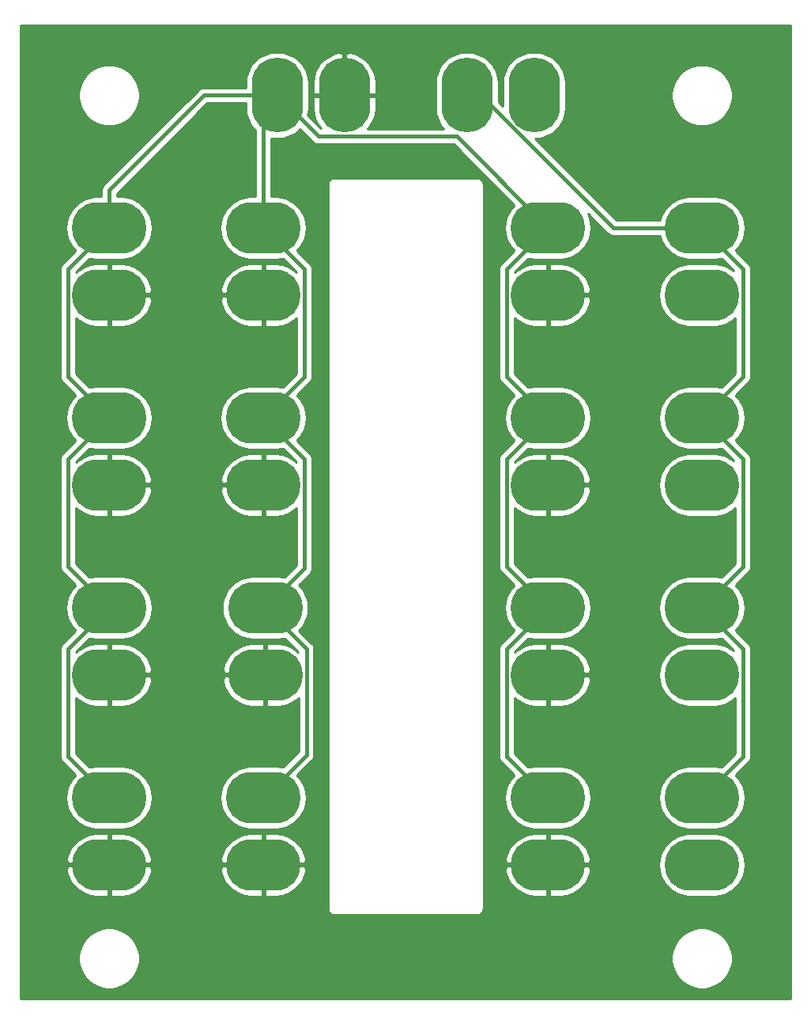
<source format=gtl>
%TF.GenerationSoftware,KiCad,Pcbnew,(5.1.10)-1*%
%TF.CreationDate,2021-08-24T00:39:05-04:00*%
%TF.ProjectId,PDBV2,50444256-322e-46b6-9963-61645f706362,rev?*%
%TF.SameCoordinates,Original*%
%TF.FileFunction,Copper,L1,Top*%
%TF.FilePolarity,Positive*%
%FSLAX46Y46*%
G04 Gerber Fmt 4.6, Leading zero omitted, Abs format (unit mm)*
G04 Created by KiCad (PCBNEW (5.1.10)-1) date 2021-08-24 00:39:05*
%MOMM*%
%LPD*%
G01*
G04 APERTURE LIST*
%TA.AperFunction,ComponentPad*%
%ADD10O,8.000000X5.500000*%
%TD*%
%TA.AperFunction,ComponentPad*%
%ADD11O,5.500000X8.000000*%
%TD*%
%TA.AperFunction,Conductor*%
%ADD12C,0.406400*%
%TD*%
%TA.AperFunction,Conductor*%
%ADD13C,0.254000*%
%TD*%
%TA.AperFunction,Conductor*%
%ADD14C,0.100000*%
%TD*%
G04 APERTURE END LIST*
D10*
%TO.P,U10,2*%
%TO.N,GND*%
X146050000Y-126028000D03*
%TO.P,U10,1*%
%TO.N,Net-(U1-Pad1)*%
X146050000Y-118828000D03*
%TD*%
%TO.P,U16,2*%
%TO.N,GND*%
X146050000Y-105708000D03*
%TO.P,U16,1*%
%TO.N,Net-(U1-Pad1)*%
X146050000Y-98508000D03*
%TD*%
D11*
%TO.P,U15,2*%
%TO.N,GND*%
X124250000Y-43688000D03*
%TO.P,U15,1*%
%TO.N,Net-(U1-Pad1)*%
X117050000Y-43688000D03*
%TD*%
D10*
%TO.P,U1,2*%
%TO.N,GND*%
X99060000Y-65068000D03*
%TO.P,U1,1*%
%TO.N,Net-(U1-Pad1)*%
X99060000Y-57868000D03*
%TD*%
%TO.P,U2,2*%
%TO.N,GND*%
X99060000Y-85388000D03*
%TO.P,U2,1*%
%TO.N,Net-(U1-Pad1)*%
X99060000Y-78188000D03*
%TD*%
%TO.P,U3,2*%
%TO.N,GND*%
X115570000Y-65068000D03*
%TO.P,U3,1*%
%TO.N,Net-(U1-Pad1)*%
X115570000Y-57868000D03*
%TD*%
%TO.P,U4,2*%
%TO.N,GND*%
X99060000Y-105708000D03*
%TO.P,U4,1*%
%TO.N,Net-(U1-Pad1)*%
X99060000Y-98508000D03*
%TD*%
%TO.P,U5,2*%
%TO.N,GND*%
X115570000Y-85388000D03*
%TO.P,U5,1*%
%TO.N,Net-(U1-Pad1)*%
X115570000Y-78188000D03*
%TD*%
%TO.P,U8,2*%
%TO.N,GND*%
X115770000Y-105708000D03*
%TO.P,U8,1*%
%TO.N,Net-(U1-Pad1)*%
X115770000Y-98508000D03*
%TD*%
%TO.P,U9,2*%
%TO.N,GND*%
X146050000Y-85388000D03*
%TO.P,U9,1*%
%TO.N,Net-(U1-Pad1)*%
X146050000Y-78188000D03*
%TD*%
%TO.P,U11,2*%
%TO.N,GND*%
X99060000Y-126028000D03*
%TO.P,U11,1*%
%TO.N,Net-(U1-Pad1)*%
X99060000Y-118828000D03*
%TD*%
%TO.P,U13,2*%
%TO.N,GND*%
X115570000Y-126028000D03*
%TO.P,U13,1*%
%TO.N,Net-(U1-Pad1)*%
X115570000Y-118828000D03*
%TD*%
%TO.P,U14,2*%
%TO.N,GND*%
X146050000Y-65068000D03*
%TO.P,U14,1*%
%TO.N,Net-(U1-Pad1)*%
X146050000Y-57868000D03*
%TD*%
%TO.P,U6,2*%
%TO.N,GND24*%
X162560000Y-126028000D03*
%TO.P,U6,1*%
%TO.N,Net-(U12-Pad1)*%
X162560000Y-118828000D03*
%TD*%
D11*
%TO.P,U7,2*%
%TO.N,GND24*%
X144570000Y-43688000D03*
%TO.P,U7,1*%
%TO.N,Net-(U12-Pad1)*%
X137370000Y-43688000D03*
%TD*%
D10*
%TO.P,U12,2*%
%TO.N,GND24*%
X162560000Y-65068000D03*
%TO.P,U12,1*%
%TO.N,Net-(U12-Pad1)*%
X162560000Y-57868000D03*
%TD*%
%TO.P,U17,2*%
%TO.N,GND24*%
X162560000Y-105708000D03*
%TO.P,U17,1*%
%TO.N,Net-(U12-Pad1)*%
X162560000Y-98508000D03*
%TD*%
%TO.P,U18,2*%
%TO.N,GND24*%
X162560000Y-85388000D03*
%TO.P,U18,1*%
%TO.N,Net-(U12-Pad1)*%
X162560000Y-78188000D03*
%TD*%
D12*
%TO.N,Net-(U1-Pad1)*%
X94656790Y-102911210D02*
X99060000Y-98508000D01*
X94656790Y-114424790D02*
X94656790Y-102911210D01*
X99060000Y-118828000D02*
X94656790Y-114424790D01*
X94656790Y-82591210D02*
X99060000Y-78188000D01*
X94656790Y-94104790D02*
X94656790Y-82591210D01*
X99060000Y-98508000D02*
X94656790Y-94104790D01*
X94656790Y-62271210D02*
X99060000Y-57868000D01*
X94656790Y-73784790D02*
X94656790Y-62271210D01*
X99060000Y-78188000D02*
X94656790Y-73784790D01*
X99060000Y-57868000D02*
X99060000Y-53848000D01*
X109220000Y-43688000D02*
X117050000Y-43688000D01*
X99060000Y-53848000D02*
X109220000Y-43688000D01*
X115570000Y-45168000D02*
X117050000Y-43688000D01*
X115570000Y-57868000D02*
X115570000Y-45168000D01*
X119973210Y-62271210D02*
X115570000Y-57868000D01*
X119973210Y-73784790D02*
X119973210Y-62271210D01*
X115570000Y-78188000D02*
X119973210Y-73784790D01*
X119973210Y-82591210D02*
X115570000Y-78188000D01*
X119973210Y-94304790D02*
X119973210Y-82591210D01*
X115770000Y-98508000D02*
X119973210Y-94304790D01*
X120173210Y-102911210D02*
X115770000Y-98508000D01*
X120173210Y-114224790D02*
X120173210Y-102911210D01*
X115570000Y-118828000D02*
X120173210Y-114224790D01*
X141646790Y-73784790D02*
X146050000Y-78188000D01*
X141646790Y-62271210D02*
X141646790Y-73784790D01*
X146050000Y-57868000D02*
X141646790Y-62271210D01*
X141646790Y-94104790D02*
X146050000Y-98508000D01*
X141646790Y-82591210D02*
X141646790Y-94104790D01*
X146050000Y-78188000D02*
X141646790Y-82591210D01*
X141646790Y-114424790D02*
X146050000Y-118828000D01*
X141646790Y-102911210D02*
X141646790Y-114424790D01*
X146050000Y-98508000D02*
X141646790Y-102911210D01*
X121453210Y-48091210D02*
X117050000Y-43688000D01*
X136273210Y-48091210D02*
X121453210Y-48091210D01*
X146050000Y-57868000D02*
X136273210Y-48091210D01*
%TO.N,Net-(U12-Pad1)*%
X153040688Y-57868000D02*
X162560000Y-57868000D01*
X138860688Y-43688000D02*
X153040688Y-57868000D01*
X137370000Y-43688000D02*
X138860688Y-43688000D01*
X166963210Y-73784790D02*
X162560000Y-78188000D01*
X166963210Y-62271210D02*
X166963210Y-73784790D01*
X162560000Y-57868000D02*
X166963210Y-62271210D01*
X166963210Y-94104790D02*
X162560000Y-98508000D01*
X166963210Y-82591210D02*
X166963210Y-94104790D01*
X162560000Y-78188000D02*
X166963210Y-82591210D01*
X166963210Y-114424790D02*
X162560000Y-118828000D01*
X166963210Y-102911210D02*
X166963210Y-114424790D01*
X162560000Y-98508000D02*
X166963210Y-102911210D01*
%TD*%
D13*
%TO.N,GND*%
X172060001Y-140310000D02*
X89560000Y-140310000D01*
X89560000Y-135694034D01*
X95780866Y-135694034D01*
X95780866Y-136339966D01*
X95906882Y-136973488D01*
X96154069Y-137570252D01*
X96512931Y-138107326D01*
X96969674Y-138564069D01*
X97506748Y-138922931D01*
X98103512Y-139170118D01*
X98737034Y-139296134D01*
X99382966Y-139296134D01*
X100016488Y-139170118D01*
X100613252Y-138922931D01*
X101150326Y-138564069D01*
X101607069Y-138107326D01*
X101965931Y-137570252D01*
X102213118Y-136973488D01*
X102339134Y-136339966D01*
X102339134Y-135694034D01*
X159280866Y-135694034D01*
X159280866Y-136339966D01*
X159406882Y-136973488D01*
X159654069Y-137570252D01*
X160012931Y-138107326D01*
X160469674Y-138564069D01*
X161006748Y-138922931D01*
X161603512Y-139170118D01*
X162237034Y-139296134D01*
X162882966Y-139296134D01*
X163516488Y-139170118D01*
X164113252Y-138922931D01*
X164650326Y-138564069D01*
X165107069Y-138107326D01*
X165465931Y-137570252D01*
X165713118Y-136973488D01*
X165839134Y-136339966D01*
X165839134Y-135694034D01*
X165713118Y-135060512D01*
X165465931Y-134463748D01*
X165107069Y-133926674D01*
X164650326Y-133469931D01*
X164113252Y-133111069D01*
X163516488Y-132863882D01*
X162882966Y-132737866D01*
X162237034Y-132737866D01*
X161603512Y-132863882D01*
X161006748Y-133111069D01*
X160469674Y-133469931D01*
X160012931Y-133926674D01*
X159654069Y-134463748D01*
X159406882Y-135060512D01*
X159280866Y-135694034D01*
X102339134Y-135694034D01*
X102213118Y-135060512D01*
X101965931Y-134463748D01*
X101607069Y-133926674D01*
X101150326Y-133469931D01*
X100613252Y-133111069D01*
X100016488Y-132863882D01*
X99382966Y-132737866D01*
X98737034Y-132737866D01*
X98103512Y-132863882D01*
X97506748Y-133111069D01*
X96969674Y-133469931D01*
X96512931Y-133926674D01*
X96154069Y-134463748D01*
X95906882Y-135060512D01*
X95780866Y-135694034D01*
X89560000Y-135694034D01*
X89560000Y-126682594D01*
X94488896Y-126682594D01*
X94634067Y-127206052D01*
X94924918Y-127803010D01*
X95326641Y-128331755D01*
X95823798Y-128771968D01*
X96397284Y-129106732D01*
X97025060Y-129323182D01*
X97683000Y-129413000D01*
X98933000Y-129413000D01*
X98933000Y-126155000D01*
X99187000Y-126155000D01*
X99187000Y-129413000D01*
X100437000Y-129413000D01*
X101094940Y-129323182D01*
X101722716Y-129106732D01*
X102296202Y-128771968D01*
X102793359Y-128331755D01*
X103195082Y-127803010D01*
X103485933Y-127206052D01*
X103631104Y-126682594D01*
X110998896Y-126682594D01*
X111144067Y-127206052D01*
X111434918Y-127803010D01*
X111836641Y-128331755D01*
X112333798Y-128771968D01*
X112907284Y-129106732D01*
X113535060Y-129323182D01*
X114193000Y-129413000D01*
X115443000Y-129413000D01*
X115443000Y-126155000D01*
X115697000Y-126155000D01*
X115697000Y-129413000D01*
X116947000Y-129413000D01*
X117604940Y-129323182D01*
X118232716Y-129106732D01*
X118806202Y-128771968D01*
X119303359Y-128331755D01*
X119705082Y-127803010D01*
X119995933Y-127206052D01*
X120141104Y-126682594D01*
X120043749Y-126155000D01*
X115697000Y-126155000D01*
X115443000Y-126155000D01*
X111096251Y-126155000D01*
X110998896Y-126682594D01*
X103631104Y-126682594D01*
X103533749Y-126155000D01*
X99187000Y-126155000D01*
X98933000Y-126155000D01*
X94586251Y-126155000D01*
X94488896Y-126682594D01*
X89560000Y-126682594D01*
X89560000Y-125373406D01*
X94488896Y-125373406D01*
X94586251Y-125901000D01*
X98933000Y-125901000D01*
X98933000Y-122643000D01*
X99187000Y-122643000D01*
X99187000Y-125901000D01*
X103533749Y-125901000D01*
X103631104Y-125373406D01*
X110998896Y-125373406D01*
X111096251Y-125901000D01*
X115443000Y-125901000D01*
X115443000Y-122643000D01*
X115697000Y-122643000D01*
X115697000Y-125901000D01*
X120043749Y-125901000D01*
X120141104Y-125373406D01*
X119995933Y-124849948D01*
X119705082Y-124252990D01*
X119303359Y-123724245D01*
X118806202Y-123284032D01*
X118232716Y-122949268D01*
X117604940Y-122732818D01*
X116947000Y-122643000D01*
X115697000Y-122643000D01*
X115443000Y-122643000D01*
X114193000Y-122643000D01*
X113535060Y-122732818D01*
X112907284Y-122949268D01*
X112333798Y-123284032D01*
X111836641Y-123724245D01*
X111434918Y-124252990D01*
X111144067Y-124849948D01*
X110998896Y-125373406D01*
X103631104Y-125373406D01*
X103485933Y-124849948D01*
X103195082Y-124252990D01*
X102793359Y-123724245D01*
X102296202Y-123284032D01*
X101722716Y-122949268D01*
X101094940Y-122732818D01*
X100437000Y-122643000D01*
X99187000Y-122643000D01*
X98933000Y-122643000D01*
X97683000Y-122643000D01*
X97025060Y-122732818D01*
X96397284Y-122949268D01*
X95823798Y-123284032D01*
X95326641Y-123724245D01*
X94924918Y-124252990D01*
X94634067Y-124849948D01*
X94488896Y-125373406D01*
X89560000Y-125373406D01*
X89560000Y-62271210D01*
X93814536Y-62271210D01*
X93818591Y-62312383D01*
X93818590Y-73743627D01*
X93814536Y-73784790D01*
X93818590Y-73825953D01*
X93818590Y-73825959D01*
X93830719Y-73949105D01*
X93878648Y-74107106D01*
X93956481Y-74252721D01*
X94061226Y-74380354D01*
X94093208Y-74406601D01*
X95440348Y-75753741D01*
X95404863Y-75782863D01*
X94981858Y-76298296D01*
X94667536Y-76886349D01*
X94473979Y-77524424D01*
X94408622Y-78188000D01*
X94473979Y-78851576D01*
X94667536Y-79489651D01*
X94981858Y-80077704D01*
X95404863Y-80593137D01*
X95440348Y-80622259D01*
X94093203Y-81969404D01*
X94061227Y-81995646D01*
X94034985Y-82027622D01*
X94034982Y-82027625D01*
X93956481Y-82123279D01*
X93878648Y-82268894D01*
X93830719Y-82426895D01*
X93814536Y-82591210D01*
X93818591Y-82632383D01*
X93818590Y-94063627D01*
X93814536Y-94104790D01*
X93818590Y-94145953D01*
X93818590Y-94145959D01*
X93830719Y-94269105D01*
X93878648Y-94427106D01*
X93956481Y-94572721D01*
X94061226Y-94700354D01*
X94093208Y-94726601D01*
X95440348Y-96073741D01*
X95404863Y-96102863D01*
X94981858Y-96618296D01*
X94667536Y-97206349D01*
X94473979Y-97844424D01*
X94408622Y-98508000D01*
X94473979Y-99171576D01*
X94667536Y-99809651D01*
X94981858Y-100397704D01*
X95404863Y-100913137D01*
X95440348Y-100942259D01*
X94093203Y-102289404D01*
X94061227Y-102315646D01*
X94034985Y-102347622D01*
X94034982Y-102347625D01*
X93956481Y-102443279D01*
X93878648Y-102588894D01*
X93830719Y-102746895D01*
X93814536Y-102911210D01*
X93818591Y-102952383D01*
X93818590Y-114383627D01*
X93814536Y-114424790D01*
X93818590Y-114465953D01*
X93818590Y-114465959D01*
X93830719Y-114589105D01*
X93878648Y-114747106D01*
X93956481Y-114892721D01*
X94061226Y-115020354D01*
X94093208Y-115046601D01*
X95440348Y-116393741D01*
X95404863Y-116422863D01*
X94981858Y-116938296D01*
X94667536Y-117526349D01*
X94473979Y-118164424D01*
X94408622Y-118828000D01*
X94473979Y-119491576D01*
X94667536Y-120129651D01*
X94981858Y-120717704D01*
X95404863Y-121233137D01*
X95920296Y-121656142D01*
X96508349Y-121970464D01*
X97146424Y-122164021D01*
X97643713Y-122213000D01*
X100476287Y-122213000D01*
X100973576Y-122164021D01*
X101611651Y-121970464D01*
X102199704Y-121656142D01*
X102715137Y-121233137D01*
X103138142Y-120717704D01*
X103452464Y-120129651D01*
X103646021Y-119491576D01*
X103711378Y-118828000D01*
X103646021Y-118164424D01*
X103452464Y-117526349D01*
X103138142Y-116938296D01*
X102715137Y-116422863D01*
X102199704Y-115999858D01*
X101611651Y-115685536D01*
X100973576Y-115491979D01*
X100476287Y-115443000D01*
X97643713Y-115443000D01*
X97146424Y-115491979D01*
X96964545Y-115547151D01*
X95494990Y-114077597D01*
X95494990Y-108160821D01*
X95823798Y-108451968D01*
X96397284Y-108786732D01*
X97025060Y-109003182D01*
X97683000Y-109093000D01*
X98933000Y-109093000D01*
X98933000Y-105835000D01*
X99187000Y-105835000D01*
X99187000Y-109093000D01*
X100437000Y-109093000D01*
X101094940Y-109003182D01*
X101722716Y-108786732D01*
X102296202Y-108451968D01*
X102793359Y-108011755D01*
X103195082Y-107483010D01*
X103485933Y-106886052D01*
X103631104Y-106362594D01*
X111198896Y-106362594D01*
X111344067Y-106886052D01*
X111634918Y-107483010D01*
X112036641Y-108011755D01*
X112533798Y-108451968D01*
X113107284Y-108786732D01*
X113735060Y-109003182D01*
X114393000Y-109093000D01*
X115643000Y-109093000D01*
X115643000Y-105835000D01*
X111296251Y-105835000D01*
X111198896Y-106362594D01*
X103631104Y-106362594D01*
X103533749Y-105835000D01*
X99187000Y-105835000D01*
X98933000Y-105835000D01*
X98913000Y-105835000D01*
X98913000Y-105581000D01*
X98933000Y-105581000D01*
X98933000Y-102323000D01*
X99187000Y-102323000D01*
X99187000Y-105581000D01*
X103533749Y-105581000D01*
X103631104Y-105053406D01*
X111198896Y-105053406D01*
X111296251Y-105581000D01*
X115643000Y-105581000D01*
X115643000Y-102323000D01*
X114393000Y-102323000D01*
X113735060Y-102412818D01*
X113107284Y-102629268D01*
X112533798Y-102964032D01*
X112036641Y-103404245D01*
X111634918Y-103932990D01*
X111344067Y-104529948D01*
X111198896Y-105053406D01*
X103631104Y-105053406D01*
X103485933Y-104529948D01*
X103195082Y-103932990D01*
X102793359Y-103404245D01*
X102296202Y-102964032D01*
X101722716Y-102629268D01*
X101094940Y-102412818D01*
X100437000Y-102323000D01*
X99187000Y-102323000D01*
X98933000Y-102323000D01*
X97683000Y-102323000D01*
X97025060Y-102412818D01*
X96397284Y-102629268D01*
X95823798Y-102964032D01*
X95523142Y-103230251D01*
X96964545Y-101788849D01*
X97146424Y-101844021D01*
X97643713Y-101893000D01*
X100476287Y-101893000D01*
X100973576Y-101844021D01*
X101611651Y-101650464D01*
X102199704Y-101336142D01*
X102715137Y-100913137D01*
X103138142Y-100397704D01*
X103452464Y-99809651D01*
X103646021Y-99171576D01*
X103711378Y-98508000D01*
X103646021Y-97844424D01*
X103452464Y-97206349D01*
X103138142Y-96618296D01*
X102715137Y-96102863D01*
X102199704Y-95679858D01*
X101611651Y-95365536D01*
X100973576Y-95171979D01*
X100476287Y-95123000D01*
X97643713Y-95123000D01*
X97146424Y-95171979D01*
X96964545Y-95227151D01*
X95494990Y-93757597D01*
X95494990Y-87840821D01*
X95823798Y-88131968D01*
X96397284Y-88466732D01*
X97025060Y-88683182D01*
X97683000Y-88773000D01*
X98933000Y-88773000D01*
X98933000Y-85515000D01*
X99187000Y-85515000D01*
X99187000Y-88773000D01*
X100437000Y-88773000D01*
X101094940Y-88683182D01*
X101722716Y-88466732D01*
X102296202Y-88131968D01*
X102793359Y-87691755D01*
X103195082Y-87163010D01*
X103485933Y-86566052D01*
X103631104Y-86042594D01*
X110998896Y-86042594D01*
X111144067Y-86566052D01*
X111434918Y-87163010D01*
X111836641Y-87691755D01*
X112333798Y-88131968D01*
X112907284Y-88466732D01*
X113535060Y-88683182D01*
X114193000Y-88773000D01*
X115443000Y-88773000D01*
X115443000Y-85515000D01*
X111096251Y-85515000D01*
X110998896Y-86042594D01*
X103631104Y-86042594D01*
X103533749Y-85515000D01*
X99187000Y-85515000D01*
X98933000Y-85515000D01*
X98913000Y-85515000D01*
X98913000Y-85261000D01*
X98933000Y-85261000D01*
X98933000Y-82003000D01*
X99187000Y-82003000D01*
X99187000Y-85261000D01*
X103533749Y-85261000D01*
X103631104Y-84733406D01*
X110998896Y-84733406D01*
X111096251Y-85261000D01*
X115443000Y-85261000D01*
X115443000Y-82003000D01*
X114193000Y-82003000D01*
X113535060Y-82092818D01*
X112907284Y-82309268D01*
X112333798Y-82644032D01*
X111836641Y-83084245D01*
X111434918Y-83612990D01*
X111144067Y-84209948D01*
X110998896Y-84733406D01*
X103631104Y-84733406D01*
X103485933Y-84209948D01*
X103195082Y-83612990D01*
X102793359Y-83084245D01*
X102296202Y-82644032D01*
X101722716Y-82309268D01*
X101094940Y-82092818D01*
X100437000Y-82003000D01*
X99187000Y-82003000D01*
X98933000Y-82003000D01*
X97683000Y-82003000D01*
X97025060Y-82092818D01*
X96397284Y-82309268D01*
X95823798Y-82644032D01*
X95523142Y-82910251D01*
X96964545Y-81468849D01*
X97146424Y-81524021D01*
X97643713Y-81573000D01*
X100476287Y-81573000D01*
X100973576Y-81524021D01*
X101611651Y-81330464D01*
X102199704Y-81016142D01*
X102715137Y-80593137D01*
X103138142Y-80077704D01*
X103452464Y-79489651D01*
X103646021Y-78851576D01*
X103711378Y-78188000D01*
X103646021Y-77524424D01*
X103452464Y-76886349D01*
X103138142Y-76298296D01*
X102715137Y-75782863D01*
X102199704Y-75359858D01*
X101611651Y-75045536D01*
X100973576Y-74851979D01*
X100476287Y-74803000D01*
X97643713Y-74803000D01*
X97146424Y-74851979D01*
X96964545Y-74907151D01*
X95494990Y-73437597D01*
X95494990Y-67520821D01*
X95823798Y-67811968D01*
X96397284Y-68146732D01*
X97025060Y-68363182D01*
X97683000Y-68453000D01*
X98933000Y-68453000D01*
X98933000Y-65195000D01*
X99187000Y-65195000D01*
X99187000Y-68453000D01*
X100437000Y-68453000D01*
X101094940Y-68363182D01*
X101722716Y-68146732D01*
X102296202Y-67811968D01*
X102793359Y-67371755D01*
X103195082Y-66843010D01*
X103485933Y-66246052D01*
X103631104Y-65722594D01*
X110998896Y-65722594D01*
X111144067Y-66246052D01*
X111434918Y-66843010D01*
X111836641Y-67371755D01*
X112333798Y-67811968D01*
X112907284Y-68146732D01*
X113535060Y-68363182D01*
X114193000Y-68453000D01*
X115443000Y-68453000D01*
X115443000Y-65195000D01*
X111096251Y-65195000D01*
X110998896Y-65722594D01*
X103631104Y-65722594D01*
X103533749Y-65195000D01*
X99187000Y-65195000D01*
X98933000Y-65195000D01*
X98913000Y-65195000D01*
X98913000Y-64941000D01*
X98933000Y-64941000D01*
X98933000Y-61683000D01*
X99187000Y-61683000D01*
X99187000Y-64941000D01*
X103533749Y-64941000D01*
X103631104Y-64413406D01*
X110998896Y-64413406D01*
X111096251Y-64941000D01*
X115443000Y-64941000D01*
X115443000Y-61683000D01*
X114193000Y-61683000D01*
X113535060Y-61772818D01*
X112907284Y-61989268D01*
X112333798Y-62324032D01*
X111836641Y-62764245D01*
X111434918Y-63292990D01*
X111144067Y-63889948D01*
X110998896Y-64413406D01*
X103631104Y-64413406D01*
X103485933Y-63889948D01*
X103195082Y-63292990D01*
X102793359Y-62764245D01*
X102296202Y-62324032D01*
X101722716Y-61989268D01*
X101094940Y-61772818D01*
X100437000Y-61683000D01*
X99187000Y-61683000D01*
X98933000Y-61683000D01*
X97683000Y-61683000D01*
X97025060Y-61772818D01*
X96397284Y-61989268D01*
X95823798Y-62324032D01*
X95523142Y-62590251D01*
X96964545Y-61148849D01*
X97146424Y-61204021D01*
X97643713Y-61253000D01*
X100476287Y-61253000D01*
X100973576Y-61204021D01*
X101611651Y-61010464D01*
X102199704Y-60696142D01*
X102715137Y-60273137D01*
X103138142Y-59757704D01*
X103452464Y-59169651D01*
X103646021Y-58531576D01*
X103711378Y-57868000D01*
X103646021Y-57204424D01*
X103452464Y-56566349D01*
X103138142Y-55978296D01*
X102715137Y-55462863D01*
X102199704Y-55039858D01*
X101611651Y-54725536D01*
X100973576Y-54531979D01*
X100476287Y-54483000D01*
X99898200Y-54483000D01*
X99898200Y-54195193D01*
X109567194Y-44526200D01*
X113665000Y-44526200D01*
X113665000Y-45104287D01*
X113713979Y-45601576D01*
X113907536Y-46239651D01*
X114221859Y-46827704D01*
X114644864Y-47343137D01*
X114731801Y-47414484D01*
X114731800Y-54483000D01*
X114153713Y-54483000D01*
X113656424Y-54531979D01*
X113018349Y-54725536D01*
X112430296Y-55039858D01*
X111914863Y-55462863D01*
X111491858Y-55978296D01*
X111177536Y-56566349D01*
X110983979Y-57204424D01*
X110918622Y-57868000D01*
X110983979Y-58531576D01*
X111177536Y-59169651D01*
X111491858Y-59757704D01*
X111914863Y-60273137D01*
X112430296Y-60696142D01*
X113018349Y-61010464D01*
X113656424Y-61204021D01*
X114153713Y-61253000D01*
X116986287Y-61253000D01*
X117483576Y-61204021D01*
X117665455Y-61148849D01*
X119106851Y-62590245D01*
X118806202Y-62324032D01*
X118232716Y-61989268D01*
X117604940Y-61772818D01*
X116947000Y-61683000D01*
X115697000Y-61683000D01*
X115697000Y-64941000D01*
X115717000Y-64941000D01*
X115717000Y-65195000D01*
X115697000Y-65195000D01*
X115697000Y-68453000D01*
X116947000Y-68453000D01*
X117604940Y-68363182D01*
X118232716Y-68146732D01*
X118806202Y-67811968D01*
X119135011Y-67520821D01*
X119135010Y-73437596D01*
X117665455Y-74907151D01*
X117483576Y-74851979D01*
X116986287Y-74803000D01*
X114153713Y-74803000D01*
X113656424Y-74851979D01*
X113018349Y-75045536D01*
X112430296Y-75359858D01*
X111914863Y-75782863D01*
X111491858Y-76298296D01*
X111177536Y-76886349D01*
X110983979Y-77524424D01*
X110918622Y-78188000D01*
X110983979Y-78851576D01*
X111177536Y-79489651D01*
X111491858Y-80077704D01*
X111914863Y-80593137D01*
X112430296Y-81016142D01*
X113018349Y-81330464D01*
X113656424Y-81524021D01*
X114153713Y-81573000D01*
X116986287Y-81573000D01*
X117483576Y-81524021D01*
X117665455Y-81468849D01*
X119106851Y-82910245D01*
X118806202Y-82644032D01*
X118232716Y-82309268D01*
X117604940Y-82092818D01*
X116947000Y-82003000D01*
X115697000Y-82003000D01*
X115697000Y-85261000D01*
X115717000Y-85261000D01*
X115717000Y-85515000D01*
X115697000Y-85515000D01*
X115697000Y-88773000D01*
X116947000Y-88773000D01*
X117604940Y-88683182D01*
X118232716Y-88466732D01*
X118806202Y-88131968D01*
X119135011Y-87840821D01*
X119135010Y-93957596D01*
X117865455Y-95227151D01*
X117683576Y-95171979D01*
X117186287Y-95123000D01*
X114353713Y-95123000D01*
X113856424Y-95171979D01*
X113218349Y-95365536D01*
X112630296Y-95679858D01*
X112114863Y-96102863D01*
X111691858Y-96618296D01*
X111377536Y-97206349D01*
X111183979Y-97844424D01*
X111118622Y-98508000D01*
X111183979Y-99171576D01*
X111377536Y-99809651D01*
X111691858Y-100397704D01*
X112114863Y-100913137D01*
X112630296Y-101336142D01*
X113218349Y-101650464D01*
X113856424Y-101844021D01*
X114353713Y-101893000D01*
X117186287Y-101893000D01*
X117683576Y-101844021D01*
X117865455Y-101788849D01*
X119306851Y-103230245D01*
X119006202Y-102964032D01*
X118432716Y-102629268D01*
X117804940Y-102412818D01*
X117147000Y-102323000D01*
X115897000Y-102323000D01*
X115897000Y-105581000D01*
X115917000Y-105581000D01*
X115917000Y-105835000D01*
X115897000Y-105835000D01*
X115897000Y-109093000D01*
X117147000Y-109093000D01*
X117804940Y-109003182D01*
X118432716Y-108786732D01*
X119006202Y-108451968D01*
X119335011Y-108160821D01*
X119335010Y-113877596D01*
X117665455Y-115547151D01*
X117483576Y-115491979D01*
X116986287Y-115443000D01*
X114153713Y-115443000D01*
X113656424Y-115491979D01*
X113018349Y-115685536D01*
X112430296Y-115999858D01*
X111914863Y-116422863D01*
X111491858Y-116938296D01*
X111177536Y-117526349D01*
X110983979Y-118164424D01*
X110918622Y-118828000D01*
X110983979Y-119491576D01*
X111177536Y-120129651D01*
X111491858Y-120717704D01*
X111914863Y-121233137D01*
X112430296Y-121656142D01*
X113018349Y-121970464D01*
X113656424Y-122164021D01*
X114153713Y-122213000D01*
X116986287Y-122213000D01*
X117483576Y-122164021D01*
X118121651Y-121970464D01*
X118709704Y-121656142D01*
X119225137Y-121233137D01*
X119648142Y-120717704D01*
X119962464Y-120129651D01*
X120156021Y-119491576D01*
X120221378Y-118828000D01*
X120156021Y-118164424D01*
X119962464Y-117526349D01*
X119648142Y-116938296D01*
X119225137Y-116422863D01*
X119189652Y-116393741D01*
X120736799Y-114846595D01*
X120768774Y-114820354D01*
X120828887Y-114747107D01*
X120873519Y-114692722D01*
X120951352Y-114547107D01*
X120999281Y-114389106D01*
X120999281Y-114389105D01*
X121011410Y-114265960D01*
X121011410Y-114265954D01*
X121015464Y-114224791D01*
X121011410Y-114183628D01*
X121011410Y-102952369D01*
X121015464Y-102911209D01*
X121011410Y-102870049D01*
X121011410Y-102870040D01*
X120999281Y-102746894D01*
X120951352Y-102588893D01*
X120873519Y-102443278D01*
X120848521Y-102412818D01*
X120795018Y-102347624D01*
X120795016Y-102347622D01*
X120768774Y-102315646D01*
X120736798Y-102289404D01*
X119389652Y-100942259D01*
X119425137Y-100913137D01*
X119848142Y-100397704D01*
X120162464Y-99809651D01*
X120356021Y-99171576D01*
X120421378Y-98508000D01*
X120356021Y-97844424D01*
X120162464Y-97206349D01*
X119848142Y-96618296D01*
X119425137Y-96102863D01*
X119389652Y-96073741D01*
X120536799Y-94926595D01*
X120568774Y-94900354D01*
X120673519Y-94772722D01*
X120751352Y-94627107D01*
X120799281Y-94469106D01*
X120811410Y-94345960D01*
X120811410Y-94345953D01*
X120815464Y-94304790D01*
X120811410Y-94263627D01*
X120811410Y-82632369D01*
X120815464Y-82591209D01*
X120811410Y-82550049D01*
X120811410Y-82550040D01*
X120799281Y-82426894D01*
X120751352Y-82268893D01*
X120673519Y-82123278D01*
X120648521Y-82092818D01*
X120595018Y-82027624D01*
X120595016Y-82027622D01*
X120568774Y-81995646D01*
X120536798Y-81969404D01*
X119189652Y-80622259D01*
X119225137Y-80593137D01*
X119648142Y-80077704D01*
X119962464Y-79489651D01*
X120156021Y-78851576D01*
X120221378Y-78188000D01*
X120156021Y-77524424D01*
X119962464Y-76886349D01*
X119648142Y-76298296D01*
X119225137Y-75782863D01*
X119189652Y-75753741D01*
X120536799Y-74406595D01*
X120568774Y-74380354D01*
X120673519Y-74252722D01*
X120751352Y-74107107D01*
X120799281Y-73949106D01*
X120811410Y-73825960D01*
X120811410Y-73825951D01*
X120815464Y-73784791D01*
X120811410Y-73743631D01*
X120811410Y-62312369D01*
X120815464Y-62271209D01*
X120811410Y-62230049D01*
X120811410Y-62230040D01*
X120799281Y-62106894D01*
X120751352Y-61948893D01*
X120673519Y-61803278D01*
X120648521Y-61772818D01*
X120595018Y-61707624D01*
X120595016Y-61707622D01*
X120568774Y-61675646D01*
X120536798Y-61649404D01*
X119189652Y-60302259D01*
X119225137Y-60273137D01*
X119648142Y-59757704D01*
X119962464Y-59169651D01*
X120156021Y-58531576D01*
X120221378Y-57868000D01*
X120156021Y-57204424D01*
X119962464Y-56566349D01*
X119648142Y-55978296D01*
X119225137Y-55462863D01*
X118709704Y-55039858D01*
X118121651Y-54725536D01*
X117483576Y-54531979D01*
X116986287Y-54483000D01*
X116408200Y-54483000D01*
X116408200Y-53213000D01*
X122476635Y-53213000D01*
X122480001Y-53247176D01*
X122480000Y-130648834D01*
X122476635Y-130683000D01*
X122480000Y-130717166D01*
X122480000Y-130717876D01*
X122490273Y-130822183D01*
X122530872Y-130956019D01*
X122596800Y-131079362D01*
X122685525Y-131187474D01*
X122793637Y-131276200D01*
X122916980Y-131342128D01*
X123050816Y-131382727D01*
X123190000Y-131396435D01*
X123225588Y-131392930D01*
X138394412Y-131392930D01*
X138430000Y-131396435D01*
X138569184Y-131382727D01*
X138703020Y-131342128D01*
X138826363Y-131276200D01*
X138934475Y-131187475D01*
X139023200Y-131079363D01*
X139089128Y-130956020D01*
X139129727Y-130822184D01*
X139140000Y-130717877D01*
X139140000Y-130717166D01*
X139143365Y-130683000D01*
X139140000Y-130648834D01*
X139140000Y-126682594D01*
X141478896Y-126682594D01*
X141624067Y-127206052D01*
X141914918Y-127803010D01*
X142316641Y-128331755D01*
X142813798Y-128771968D01*
X143387284Y-129106732D01*
X144015060Y-129323182D01*
X144673000Y-129413000D01*
X145923000Y-129413000D01*
X145923000Y-126155000D01*
X146177000Y-126155000D01*
X146177000Y-129413000D01*
X147427000Y-129413000D01*
X148084940Y-129323182D01*
X148712716Y-129106732D01*
X149286202Y-128771968D01*
X149783359Y-128331755D01*
X150185082Y-127803010D01*
X150475933Y-127206052D01*
X150621104Y-126682594D01*
X150523749Y-126155000D01*
X146177000Y-126155000D01*
X145923000Y-126155000D01*
X141576251Y-126155000D01*
X141478896Y-126682594D01*
X139140000Y-126682594D01*
X139140000Y-126028000D01*
X157908622Y-126028000D01*
X157973979Y-126691576D01*
X158167536Y-127329651D01*
X158481858Y-127917704D01*
X158904863Y-128433137D01*
X159420296Y-128856142D01*
X160008349Y-129170464D01*
X160646424Y-129364021D01*
X161143713Y-129413000D01*
X163976287Y-129413000D01*
X164473576Y-129364021D01*
X165111651Y-129170464D01*
X165699704Y-128856142D01*
X166215137Y-128433137D01*
X166638142Y-127917704D01*
X166952464Y-127329651D01*
X167146021Y-126691576D01*
X167211378Y-126028000D01*
X167146021Y-125364424D01*
X166952464Y-124726349D01*
X166638142Y-124138296D01*
X166215137Y-123622863D01*
X165699704Y-123199858D01*
X165111651Y-122885536D01*
X164473576Y-122691979D01*
X163976287Y-122643000D01*
X161143713Y-122643000D01*
X160646424Y-122691979D01*
X160008349Y-122885536D01*
X159420296Y-123199858D01*
X158904863Y-123622863D01*
X158481858Y-124138296D01*
X158167536Y-124726349D01*
X157973979Y-125364424D01*
X157908622Y-126028000D01*
X139140000Y-126028000D01*
X139140000Y-125373406D01*
X141478896Y-125373406D01*
X141576251Y-125901000D01*
X145923000Y-125901000D01*
X145923000Y-122643000D01*
X146177000Y-122643000D01*
X146177000Y-125901000D01*
X150523749Y-125901000D01*
X150621104Y-125373406D01*
X150475933Y-124849948D01*
X150185082Y-124252990D01*
X149783359Y-123724245D01*
X149286202Y-123284032D01*
X148712716Y-122949268D01*
X148084940Y-122732818D01*
X147427000Y-122643000D01*
X146177000Y-122643000D01*
X145923000Y-122643000D01*
X144673000Y-122643000D01*
X144015060Y-122732818D01*
X143387284Y-122949268D01*
X142813798Y-123284032D01*
X142316641Y-123724245D01*
X141914918Y-124252990D01*
X141624067Y-124849948D01*
X141478896Y-125373406D01*
X139140000Y-125373406D01*
X139140000Y-53247166D01*
X139143365Y-53213000D01*
X139140000Y-53178834D01*
X139140000Y-53178123D01*
X139129727Y-53073816D01*
X139089128Y-52939980D01*
X139023200Y-52816637D01*
X138934474Y-52708525D01*
X138826362Y-52619800D01*
X138703019Y-52553872D01*
X138569183Y-52513273D01*
X138430000Y-52499565D01*
X138394412Y-52503070D01*
X123225588Y-52503070D01*
X123190000Y-52499565D01*
X123050817Y-52513273D01*
X122916981Y-52553872D01*
X122793638Y-52619800D01*
X122685526Y-52708525D01*
X122596801Y-52816637D01*
X122530873Y-52939980D01*
X122490274Y-53073816D01*
X122480001Y-53178123D01*
X122480001Y-53178824D01*
X122476635Y-53213000D01*
X116408200Y-53213000D01*
X116408200Y-48276166D01*
X117050000Y-48339378D01*
X117713576Y-48274021D01*
X118351651Y-48080464D01*
X118939704Y-47766142D01*
X119455137Y-47343137D01*
X119484259Y-47307652D01*
X120831401Y-48654795D01*
X120857646Y-48686774D01*
X120985278Y-48791519D01*
X121130893Y-48869352D01*
X121288894Y-48917281D01*
X121412040Y-48929410D01*
X121412049Y-48929410D01*
X121453209Y-48933464D01*
X121494369Y-48929410D01*
X135926017Y-48929410D01*
X142430348Y-55433741D01*
X142394863Y-55462863D01*
X141971858Y-55978296D01*
X141657536Y-56566349D01*
X141463979Y-57204424D01*
X141398622Y-57868000D01*
X141463979Y-58531576D01*
X141657536Y-59169651D01*
X141971858Y-59757704D01*
X142394863Y-60273137D01*
X142430348Y-60302259D01*
X141083208Y-61649399D01*
X141051226Y-61675646D01*
X140946481Y-61803279D01*
X140868648Y-61948894D01*
X140820719Y-62106895D01*
X140808590Y-62230041D01*
X140808590Y-62230047D01*
X140804536Y-62271210D01*
X140808590Y-62312373D01*
X140808591Y-73743617D01*
X140804536Y-73784790D01*
X140820719Y-73949105D01*
X140868648Y-74107106D01*
X140946481Y-74252721D01*
X140946482Y-74252722D01*
X141051227Y-74380354D01*
X141083203Y-74406596D01*
X142430348Y-75753741D01*
X142394863Y-75782863D01*
X141971858Y-76298296D01*
X141657536Y-76886349D01*
X141463979Y-77524424D01*
X141398622Y-78188000D01*
X141463979Y-78851576D01*
X141657536Y-79489651D01*
X141971858Y-80077704D01*
X142394863Y-80593137D01*
X142430348Y-80622259D01*
X141083208Y-81969399D01*
X141051226Y-81995646D01*
X140946481Y-82123279D01*
X140868648Y-82268894D01*
X140820719Y-82426895D01*
X140808590Y-82550041D01*
X140808590Y-82550047D01*
X140804536Y-82591210D01*
X140808590Y-82632373D01*
X140808591Y-94063617D01*
X140804536Y-94104790D01*
X140820719Y-94269105D01*
X140868648Y-94427106D01*
X140946481Y-94572721D01*
X140991115Y-94627107D01*
X141051227Y-94700354D01*
X141083203Y-94726596D01*
X142430348Y-96073741D01*
X142394863Y-96102863D01*
X141971858Y-96618296D01*
X141657536Y-97206349D01*
X141463979Y-97844424D01*
X141398622Y-98508000D01*
X141463979Y-99171576D01*
X141657536Y-99809651D01*
X141971858Y-100397704D01*
X142394863Y-100913137D01*
X142430348Y-100942259D01*
X141083208Y-102289399D01*
X141051226Y-102315646D01*
X140946481Y-102443279D01*
X140868648Y-102588894D01*
X140820719Y-102746895D01*
X140808590Y-102870041D01*
X140808590Y-102870047D01*
X140804536Y-102911210D01*
X140808590Y-102952373D01*
X140808591Y-114383617D01*
X140804536Y-114424790D01*
X140820719Y-114589105D01*
X140868648Y-114747106D01*
X140907800Y-114820354D01*
X140946482Y-114892722D01*
X141051227Y-115020354D01*
X141083203Y-115046596D01*
X142430348Y-116393741D01*
X142394863Y-116422863D01*
X141971858Y-116938296D01*
X141657536Y-117526349D01*
X141463979Y-118164424D01*
X141398622Y-118828000D01*
X141463979Y-119491576D01*
X141657536Y-120129651D01*
X141971858Y-120717704D01*
X142394863Y-121233137D01*
X142910296Y-121656142D01*
X143498349Y-121970464D01*
X144136424Y-122164021D01*
X144633713Y-122213000D01*
X147466287Y-122213000D01*
X147963576Y-122164021D01*
X148601651Y-121970464D01*
X149189704Y-121656142D01*
X149705137Y-121233137D01*
X150128142Y-120717704D01*
X150442464Y-120129651D01*
X150636021Y-119491576D01*
X150701378Y-118828000D01*
X150636021Y-118164424D01*
X150442464Y-117526349D01*
X150128142Y-116938296D01*
X149705137Y-116422863D01*
X149189704Y-115999858D01*
X148601651Y-115685536D01*
X147963576Y-115491979D01*
X147466287Y-115443000D01*
X144633713Y-115443000D01*
X144136424Y-115491979D01*
X143954545Y-115547151D01*
X142484990Y-114077597D01*
X142484990Y-108160821D01*
X142813798Y-108451968D01*
X143387284Y-108786732D01*
X144015060Y-109003182D01*
X144673000Y-109093000D01*
X145923000Y-109093000D01*
X145923000Y-105835000D01*
X146177000Y-105835000D01*
X146177000Y-109093000D01*
X147427000Y-109093000D01*
X148084940Y-109003182D01*
X148712716Y-108786732D01*
X149286202Y-108451968D01*
X149783359Y-108011755D01*
X150185082Y-107483010D01*
X150475933Y-106886052D01*
X150621104Y-106362594D01*
X150523749Y-105835000D01*
X146177000Y-105835000D01*
X145923000Y-105835000D01*
X145903000Y-105835000D01*
X145903000Y-105581000D01*
X145923000Y-105581000D01*
X145923000Y-102323000D01*
X146177000Y-102323000D01*
X146177000Y-105581000D01*
X150523749Y-105581000D01*
X150621104Y-105053406D01*
X150475933Y-104529948D01*
X150185082Y-103932990D01*
X149783359Y-103404245D01*
X149286202Y-102964032D01*
X148712716Y-102629268D01*
X148084940Y-102412818D01*
X147427000Y-102323000D01*
X146177000Y-102323000D01*
X145923000Y-102323000D01*
X144673000Y-102323000D01*
X144015060Y-102412818D01*
X143387284Y-102629268D01*
X142813798Y-102964032D01*
X142513142Y-103230251D01*
X143954545Y-101788849D01*
X144136424Y-101844021D01*
X144633713Y-101893000D01*
X147466287Y-101893000D01*
X147963576Y-101844021D01*
X148601651Y-101650464D01*
X149189704Y-101336142D01*
X149705137Y-100913137D01*
X150128142Y-100397704D01*
X150442464Y-99809651D01*
X150636021Y-99171576D01*
X150701378Y-98508000D01*
X150636021Y-97844424D01*
X150442464Y-97206349D01*
X150128142Y-96618296D01*
X149705137Y-96102863D01*
X149189704Y-95679858D01*
X148601651Y-95365536D01*
X147963576Y-95171979D01*
X147466287Y-95123000D01*
X144633713Y-95123000D01*
X144136424Y-95171979D01*
X143954545Y-95227151D01*
X142484990Y-93757597D01*
X142484990Y-87840821D01*
X142813798Y-88131968D01*
X143387284Y-88466732D01*
X144015060Y-88683182D01*
X144673000Y-88773000D01*
X145923000Y-88773000D01*
X145923000Y-85515000D01*
X146177000Y-85515000D01*
X146177000Y-88773000D01*
X147427000Y-88773000D01*
X148084940Y-88683182D01*
X148712716Y-88466732D01*
X149286202Y-88131968D01*
X149783359Y-87691755D01*
X150185082Y-87163010D01*
X150475933Y-86566052D01*
X150621104Y-86042594D01*
X150523749Y-85515000D01*
X146177000Y-85515000D01*
X145923000Y-85515000D01*
X145903000Y-85515000D01*
X145903000Y-85261000D01*
X145923000Y-85261000D01*
X145923000Y-82003000D01*
X146177000Y-82003000D01*
X146177000Y-85261000D01*
X150523749Y-85261000D01*
X150621104Y-84733406D01*
X150475933Y-84209948D01*
X150185082Y-83612990D01*
X149783359Y-83084245D01*
X149286202Y-82644032D01*
X148712716Y-82309268D01*
X148084940Y-82092818D01*
X147427000Y-82003000D01*
X146177000Y-82003000D01*
X145923000Y-82003000D01*
X144673000Y-82003000D01*
X144015060Y-82092818D01*
X143387284Y-82309268D01*
X142813798Y-82644032D01*
X142513142Y-82910251D01*
X143954545Y-81468849D01*
X144136424Y-81524021D01*
X144633713Y-81573000D01*
X147466287Y-81573000D01*
X147963576Y-81524021D01*
X148601651Y-81330464D01*
X149189704Y-81016142D01*
X149705137Y-80593137D01*
X150128142Y-80077704D01*
X150442464Y-79489651D01*
X150636021Y-78851576D01*
X150701378Y-78188000D01*
X150636021Y-77524424D01*
X150442464Y-76886349D01*
X150128142Y-76298296D01*
X149705137Y-75782863D01*
X149189704Y-75359858D01*
X148601651Y-75045536D01*
X147963576Y-74851979D01*
X147466287Y-74803000D01*
X144633713Y-74803000D01*
X144136424Y-74851979D01*
X143954545Y-74907151D01*
X142484990Y-73437597D01*
X142484990Y-67520821D01*
X142813798Y-67811968D01*
X143387284Y-68146732D01*
X144015060Y-68363182D01*
X144673000Y-68453000D01*
X145923000Y-68453000D01*
X145923000Y-65195000D01*
X146177000Y-65195000D01*
X146177000Y-68453000D01*
X147427000Y-68453000D01*
X148084940Y-68363182D01*
X148712716Y-68146732D01*
X149286202Y-67811968D01*
X149783359Y-67371755D01*
X150185082Y-66843010D01*
X150475933Y-66246052D01*
X150621104Y-65722594D01*
X150523749Y-65195000D01*
X146177000Y-65195000D01*
X145923000Y-65195000D01*
X145903000Y-65195000D01*
X145903000Y-64941000D01*
X145923000Y-64941000D01*
X145923000Y-61683000D01*
X146177000Y-61683000D01*
X146177000Y-64941000D01*
X150523749Y-64941000D01*
X150621104Y-64413406D01*
X150475933Y-63889948D01*
X150185082Y-63292990D01*
X149783359Y-62764245D01*
X149286202Y-62324032D01*
X148712716Y-61989268D01*
X148084940Y-61772818D01*
X147427000Y-61683000D01*
X146177000Y-61683000D01*
X145923000Y-61683000D01*
X144673000Y-61683000D01*
X144015060Y-61772818D01*
X143387284Y-61989268D01*
X142813798Y-62324032D01*
X142513142Y-62590251D01*
X143954545Y-61148849D01*
X144136424Y-61204021D01*
X144633713Y-61253000D01*
X147466287Y-61253000D01*
X147963576Y-61204021D01*
X148601651Y-61010464D01*
X149189704Y-60696142D01*
X149705137Y-60273137D01*
X150128142Y-59757704D01*
X150442464Y-59169651D01*
X150636021Y-58531576D01*
X150701378Y-57868000D01*
X150636021Y-57204424D01*
X150442464Y-56566349D01*
X150314798Y-56327504D01*
X152418879Y-58431585D01*
X152445124Y-58463564D01*
X152572756Y-58568309D01*
X152718371Y-58646142D01*
X152876372Y-58694071D01*
X152999518Y-58706200D01*
X152999527Y-58706200D01*
X153040687Y-58710254D01*
X153081847Y-58706200D01*
X158026950Y-58706200D01*
X158167536Y-59169651D01*
X158481858Y-59757704D01*
X158904863Y-60273137D01*
X159420296Y-60696142D01*
X160008349Y-61010464D01*
X160646424Y-61204021D01*
X161143713Y-61253000D01*
X163976287Y-61253000D01*
X164473576Y-61204021D01*
X164655455Y-61148849D01*
X165960466Y-62453860D01*
X165699704Y-62239858D01*
X165111651Y-61925536D01*
X164473576Y-61731979D01*
X163976287Y-61683000D01*
X161143713Y-61683000D01*
X160646424Y-61731979D01*
X160008349Y-61925536D01*
X159420296Y-62239858D01*
X158904863Y-62662863D01*
X158481858Y-63178296D01*
X158167536Y-63766349D01*
X157973979Y-64404424D01*
X157908622Y-65068000D01*
X157973979Y-65731576D01*
X158167536Y-66369651D01*
X158481858Y-66957704D01*
X158904863Y-67473137D01*
X159420296Y-67896142D01*
X160008349Y-68210464D01*
X160646424Y-68404021D01*
X161143713Y-68453000D01*
X163976287Y-68453000D01*
X164473576Y-68404021D01*
X165111651Y-68210464D01*
X165699704Y-67896142D01*
X166125010Y-67547102D01*
X166125011Y-73437595D01*
X164655455Y-74907151D01*
X164473576Y-74851979D01*
X163976287Y-74803000D01*
X161143713Y-74803000D01*
X160646424Y-74851979D01*
X160008349Y-75045536D01*
X159420296Y-75359858D01*
X158904863Y-75782863D01*
X158481858Y-76298296D01*
X158167536Y-76886349D01*
X157973979Y-77524424D01*
X157908622Y-78188000D01*
X157973979Y-78851576D01*
X158167536Y-79489651D01*
X158481858Y-80077704D01*
X158904863Y-80593137D01*
X159420296Y-81016142D01*
X160008349Y-81330464D01*
X160646424Y-81524021D01*
X161143713Y-81573000D01*
X163976287Y-81573000D01*
X164473576Y-81524021D01*
X164655455Y-81468849D01*
X165960466Y-82773860D01*
X165699704Y-82559858D01*
X165111651Y-82245536D01*
X164473576Y-82051979D01*
X163976287Y-82003000D01*
X161143713Y-82003000D01*
X160646424Y-82051979D01*
X160008349Y-82245536D01*
X159420296Y-82559858D01*
X158904863Y-82982863D01*
X158481858Y-83498296D01*
X158167536Y-84086349D01*
X157973979Y-84724424D01*
X157908622Y-85388000D01*
X157973979Y-86051576D01*
X158167536Y-86689651D01*
X158481858Y-87277704D01*
X158904863Y-87793137D01*
X159420296Y-88216142D01*
X160008349Y-88530464D01*
X160646424Y-88724021D01*
X161143713Y-88773000D01*
X163976287Y-88773000D01*
X164473576Y-88724021D01*
X165111651Y-88530464D01*
X165699704Y-88216142D01*
X166125010Y-87867102D01*
X166125011Y-93757595D01*
X164655455Y-95227151D01*
X164473576Y-95171979D01*
X163976287Y-95123000D01*
X161143713Y-95123000D01*
X160646424Y-95171979D01*
X160008349Y-95365536D01*
X159420296Y-95679858D01*
X158904863Y-96102863D01*
X158481858Y-96618296D01*
X158167536Y-97206349D01*
X157973979Y-97844424D01*
X157908622Y-98508000D01*
X157973979Y-99171576D01*
X158167536Y-99809651D01*
X158481858Y-100397704D01*
X158904863Y-100913137D01*
X159420296Y-101336142D01*
X160008349Y-101650464D01*
X160646424Y-101844021D01*
X161143713Y-101893000D01*
X163976287Y-101893000D01*
X164473576Y-101844021D01*
X164655455Y-101788849D01*
X165960466Y-103093860D01*
X165699704Y-102879858D01*
X165111651Y-102565536D01*
X164473576Y-102371979D01*
X163976287Y-102323000D01*
X161143713Y-102323000D01*
X160646424Y-102371979D01*
X160008349Y-102565536D01*
X159420296Y-102879858D01*
X158904863Y-103302863D01*
X158481858Y-103818296D01*
X158167536Y-104406349D01*
X157973979Y-105044424D01*
X157908622Y-105708000D01*
X157973979Y-106371576D01*
X158167536Y-107009651D01*
X158481858Y-107597704D01*
X158904863Y-108113137D01*
X159420296Y-108536142D01*
X160008349Y-108850464D01*
X160646424Y-109044021D01*
X161143713Y-109093000D01*
X163976287Y-109093000D01*
X164473576Y-109044021D01*
X165111651Y-108850464D01*
X165699704Y-108536142D01*
X166125010Y-108187102D01*
X166125011Y-114077595D01*
X164655455Y-115547151D01*
X164473576Y-115491979D01*
X163976287Y-115443000D01*
X161143713Y-115443000D01*
X160646424Y-115491979D01*
X160008349Y-115685536D01*
X159420296Y-115999858D01*
X158904863Y-116422863D01*
X158481858Y-116938296D01*
X158167536Y-117526349D01*
X157973979Y-118164424D01*
X157908622Y-118828000D01*
X157973979Y-119491576D01*
X158167536Y-120129651D01*
X158481858Y-120717704D01*
X158904863Y-121233137D01*
X159420296Y-121656142D01*
X160008349Y-121970464D01*
X160646424Y-122164021D01*
X161143713Y-122213000D01*
X163976287Y-122213000D01*
X164473576Y-122164021D01*
X165111651Y-121970464D01*
X165699704Y-121656142D01*
X166215137Y-121233137D01*
X166638142Y-120717704D01*
X166952464Y-120129651D01*
X167146021Y-119491576D01*
X167211378Y-118828000D01*
X167146021Y-118164424D01*
X166952464Y-117526349D01*
X166638142Y-116938296D01*
X166215137Y-116422863D01*
X166179652Y-116393741D01*
X167526798Y-115046596D01*
X167558774Y-115020354D01*
X167663519Y-114892722D01*
X167741352Y-114747107D01*
X167789281Y-114589106D01*
X167801410Y-114465960D01*
X167801410Y-114465951D01*
X167805464Y-114424791D01*
X167801410Y-114383631D01*
X167801410Y-102952369D01*
X167805464Y-102911209D01*
X167801410Y-102870049D01*
X167801410Y-102870040D01*
X167789281Y-102746894D01*
X167741352Y-102588893D01*
X167663519Y-102443278D01*
X167638521Y-102412818D01*
X167585018Y-102347624D01*
X167585016Y-102347622D01*
X167558774Y-102315646D01*
X167526799Y-102289405D01*
X166179652Y-100942259D01*
X166215137Y-100913137D01*
X166638142Y-100397704D01*
X166952464Y-99809651D01*
X167146021Y-99171576D01*
X167211378Y-98508000D01*
X167146021Y-97844424D01*
X166952464Y-97206349D01*
X166638142Y-96618296D01*
X166215137Y-96102863D01*
X166179652Y-96073741D01*
X167526798Y-94726596D01*
X167558774Y-94700354D01*
X167618887Y-94627107D01*
X167663519Y-94572722D01*
X167718903Y-94469106D01*
X167741352Y-94427107D01*
X167789281Y-94269106D01*
X167801410Y-94145960D01*
X167801410Y-94145951D01*
X167805464Y-94104791D01*
X167801410Y-94063631D01*
X167801410Y-82632369D01*
X167805464Y-82591209D01*
X167801410Y-82550049D01*
X167801410Y-82550040D01*
X167789281Y-82426894D01*
X167741352Y-82268893D01*
X167663519Y-82123278D01*
X167638521Y-82092818D01*
X167585018Y-82027624D01*
X167585016Y-82027622D01*
X167558774Y-81995646D01*
X167526799Y-81969405D01*
X166179652Y-80622259D01*
X166215137Y-80593137D01*
X166638142Y-80077704D01*
X166952464Y-79489651D01*
X167146021Y-78851576D01*
X167211378Y-78188000D01*
X167146021Y-77524424D01*
X166952464Y-76886349D01*
X166638142Y-76298296D01*
X166215137Y-75782863D01*
X166179652Y-75753741D01*
X167526798Y-74406596D01*
X167558774Y-74380354D01*
X167663519Y-74252722D01*
X167741352Y-74107107D01*
X167789281Y-73949106D01*
X167801410Y-73825960D01*
X167801410Y-73825951D01*
X167805464Y-73784791D01*
X167801410Y-73743631D01*
X167801410Y-62312369D01*
X167805464Y-62271209D01*
X167801410Y-62230049D01*
X167801410Y-62230040D01*
X167789281Y-62106894D01*
X167741352Y-61948893D01*
X167663519Y-61803278D01*
X167638521Y-61772818D01*
X167585018Y-61707624D01*
X167585016Y-61707622D01*
X167558774Y-61675646D01*
X167526799Y-61649405D01*
X166179652Y-60302259D01*
X166215137Y-60273137D01*
X166638142Y-59757704D01*
X166952464Y-59169651D01*
X167146021Y-58531576D01*
X167211378Y-57868000D01*
X167146021Y-57204424D01*
X166952464Y-56566349D01*
X166638142Y-55978296D01*
X166215137Y-55462863D01*
X165699704Y-55039858D01*
X165111651Y-54725536D01*
X164473576Y-54531979D01*
X163976287Y-54483000D01*
X161143713Y-54483000D01*
X160646424Y-54531979D01*
X160008349Y-54725536D01*
X159420296Y-55039858D01*
X158904863Y-55462863D01*
X158481858Y-55978296D01*
X158167536Y-56566349D01*
X158026950Y-57029800D01*
X153387882Y-57029800D01*
X144686031Y-48327950D01*
X145233576Y-48274021D01*
X145871651Y-48080464D01*
X146459704Y-47766142D01*
X146975137Y-47343137D01*
X147398142Y-46827704D01*
X147712464Y-46239651D01*
X147906021Y-45601576D01*
X147955000Y-45104287D01*
X147955000Y-43365034D01*
X159280866Y-43365034D01*
X159280866Y-44010966D01*
X159406882Y-44644488D01*
X159654069Y-45241252D01*
X160012931Y-45778326D01*
X160469674Y-46235069D01*
X161006748Y-46593931D01*
X161603512Y-46841118D01*
X162237034Y-46967134D01*
X162882966Y-46967134D01*
X163516488Y-46841118D01*
X164113252Y-46593931D01*
X164650326Y-46235069D01*
X165107069Y-45778326D01*
X165465931Y-45241252D01*
X165713118Y-44644488D01*
X165839134Y-44010966D01*
X165839134Y-43365034D01*
X165713118Y-42731512D01*
X165465931Y-42134748D01*
X165107069Y-41597674D01*
X164650326Y-41140931D01*
X164113252Y-40782069D01*
X163516488Y-40534882D01*
X162882966Y-40408866D01*
X162237034Y-40408866D01*
X161603512Y-40534882D01*
X161006748Y-40782069D01*
X160469674Y-41140931D01*
X160012931Y-41597674D01*
X159654069Y-42134748D01*
X159406882Y-42731512D01*
X159280866Y-43365034D01*
X147955000Y-43365034D01*
X147955000Y-42271713D01*
X147906021Y-41774424D01*
X147712464Y-41136349D01*
X147398142Y-40548296D01*
X146975137Y-40032863D01*
X146459703Y-39609858D01*
X145871650Y-39295536D01*
X145233575Y-39101979D01*
X144570000Y-39036622D01*
X143906424Y-39101979D01*
X143268349Y-39295536D01*
X142680296Y-39609858D01*
X142164863Y-40032863D01*
X141741858Y-40548297D01*
X141427536Y-41136350D01*
X141233979Y-41774425D01*
X141185000Y-42271714D01*
X141185000Y-44826919D01*
X140755000Y-44396919D01*
X140755000Y-42271713D01*
X140706021Y-41774424D01*
X140512464Y-41136349D01*
X140198142Y-40548296D01*
X139775137Y-40032863D01*
X139259703Y-39609858D01*
X138671650Y-39295536D01*
X138033575Y-39101979D01*
X137370000Y-39036622D01*
X136706424Y-39101979D01*
X136068349Y-39295536D01*
X135480296Y-39609858D01*
X134964863Y-40032863D01*
X134541858Y-40548297D01*
X134227536Y-41136350D01*
X134033979Y-41774425D01*
X133985000Y-42271714D01*
X133985000Y-45104287D01*
X134033979Y-45601576D01*
X134227536Y-46239651D01*
X134541859Y-46827704D01*
X134890899Y-47253010D01*
X126702821Y-47253010D01*
X126993968Y-46924202D01*
X127328732Y-46350716D01*
X127545182Y-45722940D01*
X127635000Y-45065000D01*
X127635000Y-43815000D01*
X124377000Y-43815000D01*
X124377000Y-43835000D01*
X124123000Y-43835000D01*
X124123000Y-43815000D01*
X120865000Y-43815000D01*
X120865000Y-45065000D01*
X120954818Y-45722940D01*
X121171268Y-46350716D01*
X121506032Y-46924202D01*
X121772245Y-47224851D01*
X120330849Y-45783455D01*
X120386021Y-45601576D01*
X120435000Y-45104287D01*
X120435000Y-42311000D01*
X120865000Y-42311000D01*
X120865000Y-43561000D01*
X124123000Y-43561000D01*
X124123000Y-39214251D01*
X124377000Y-39214251D01*
X124377000Y-43561000D01*
X127635000Y-43561000D01*
X127635000Y-42311000D01*
X127545182Y-41653060D01*
X127328732Y-41025284D01*
X126993968Y-40451798D01*
X126553755Y-39954641D01*
X126025010Y-39552918D01*
X125428052Y-39262067D01*
X124904594Y-39116896D01*
X124377000Y-39214251D01*
X124123000Y-39214251D01*
X123595406Y-39116896D01*
X123071948Y-39262067D01*
X122474990Y-39552918D01*
X121946245Y-39954641D01*
X121506032Y-40451798D01*
X121171268Y-41025284D01*
X120954818Y-41653060D01*
X120865000Y-42311000D01*
X120435000Y-42311000D01*
X120435000Y-42271713D01*
X120386021Y-41774424D01*
X120192464Y-41136349D01*
X119878142Y-40548296D01*
X119455137Y-40032863D01*
X118939703Y-39609858D01*
X118351650Y-39295536D01*
X117713575Y-39101979D01*
X117050000Y-39036622D01*
X116386424Y-39101979D01*
X115748349Y-39295536D01*
X115160296Y-39609858D01*
X114644863Y-40032863D01*
X114221858Y-40548297D01*
X113907536Y-41136350D01*
X113713979Y-41774425D01*
X113665000Y-42271714D01*
X113665000Y-42849800D01*
X109261163Y-42849800D01*
X109220000Y-42845746D01*
X109178837Y-42849800D01*
X109178830Y-42849800D01*
X109055684Y-42861929D01*
X108897683Y-42909858D01*
X108752068Y-42987691D01*
X108624436Y-43092436D01*
X108598194Y-43124412D01*
X98496413Y-53226194D01*
X98464437Y-53252436D01*
X98438195Y-53284412D01*
X98438192Y-53284415D01*
X98359691Y-53380069D01*
X98281858Y-53525684D01*
X98233929Y-53683685D01*
X98217746Y-53848000D01*
X98221801Y-53889172D01*
X98221801Y-54483000D01*
X97643713Y-54483000D01*
X97146424Y-54531979D01*
X96508349Y-54725536D01*
X95920296Y-55039858D01*
X95404863Y-55462863D01*
X94981858Y-55978296D01*
X94667536Y-56566349D01*
X94473979Y-57204424D01*
X94408622Y-57868000D01*
X94473979Y-58531576D01*
X94667536Y-59169651D01*
X94981858Y-59757704D01*
X95404863Y-60273137D01*
X95440348Y-60302259D01*
X94093203Y-61649404D01*
X94061227Y-61675646D01*
X94034985Y-61707622D01*
X94034982Y-61707625D01*
X93956481Y-61803279D01*
X93878648Y-61948894D01*
X93830719Y-62106895D01*
X93814536Y-62271210D01*
X89560000Y-62271210D01*
X89560000Y-43365034D01*
X95780866Y-43365034D01*
X95780866Y-44010966D01*
X95906882Y-44644488D01*
X96154069Y-45241252D01*
X96512931Y-45778326D01*
X96969674Y-46235069D01*
X97506748Y-46593931D01*
X98103512Y-46841118D01*
X98737034Y-46967134D01*
X99382966Y-46967134D01*
X100016488Y-46841118D01*
X100613252Y-46593931D01*
X101150326Y-46235069D01*
X101607069Y-45778326D01*
X101965931Y-45241252D01*
X102213118Y-44644488D01*
X102339134Y-44010966D01*
X102339134Y-43365034D01*
X102213118Y-42731512D01*
X101965931Y-42134748D01*
X101607069Y-41597674D01*
X101150326Y-41140931D01*
X100613252Y-40782069D01*
X100016488Y-40534882D01*
X99382966Y-40408866D01*
X98737034Y-40408866D01*
X98103512Y-40534882D01*
X97506748Y-40782069D01*
X96969674Y-41140931D01*
X96512931Y-41597674D01*
X96154069Y-42134748D01*
X95906882Y-42731512D01*
X95780866Y-43365034D01*
X89560000Y-43365034D01*
X89560000Y-36220000D01*
X172060000Y-36220000D01*
X172060001Y-140310000D01*
%TA.AperFunction,Conductor*%
D14*
G36*
X172060001Y-140310000D02*
G01*
X89560000Y-140310000D01*
X89560000Y-135694034D01*
X95780866Y-135694034D01*
X95780866Y-136339966D01*
X95906882Y-136973488D01*
X96154069Y-137570252D01*
X96512931Y-138107326D01*
X96969674Y-138564069D01*
X97506748Y-138922931D01*
X98103512Y-139170118D01*
X98737034Y-139296134D01*
X99382966Y-139296134D01*
X100016488Y-139170118D01*
X100613252Y-138922931D01*
X101150326Y-138564069D01*
X101607069Y-138107326D01*
X101965931Y-137570252D01*
X102213118Y-136973488D01*
X102339134Y-136339966D01*
X102339134Y-135694034D01*
X159280866Y-135694034D01*
X159280866Y-136339966D01*
X159406882Y-136973488D01*
X159654069Y-137570252D01*
X160012931Y-138107326D01*
X160469674Y-138564069D01*
X161006748Y-138922931D01*
X161603512Y-139170118D01*
X162237034Y-139296134D01*
X162882966Y-139296134D01*
X163516488Y-139170118D01*
X164113252Y-138922931D01*
X164650326Y-138564069D01*
X165107069Y-138107326D01*
X165465931Y-137570252D01*
X165713118Y-136973488D01*
X165839134Y-136339966D01*
X165839134Y-135694034D01*
X165713118Y-135060512D01*
X165465931Y-134463748D01*
X165107069Y-133926674D01*
X164650326Y-133469931D01*
X164113252Y-133111069D01*
X163516488Y-132863882D01*
X162882966Y-132737866D01*
X162237034Y-132737866D01*
X161603512Y-132863882D01*
X161006748Y-133111069D01*
X160469674Y-133469931D01*
X160012931Y-133926674D01*
X159654069Y-134463748D01*
X159406882Y-135060512D01*
X159280866Y-135694034D01*
X102339134Y-135694034D01*
X102213118Y-135060512D01*
X101965931Y-134463748D01*
X101607069Y-133926674D01*
X101150326Y-133469931D01*
X100613252Y-133111069D01*
X100016488Y-132863882D01*
X99382966Y-132737866D01*
X98737034Y-132737866D01*
X98103512Y-132863882D01*
X97506748Y-133111069D01*
X96969674Y-133469931D01*
X96512931Y-133926674D01*
X96154069Y-134463748D01*
X95906882Y-135060512D01*
X95780866Y-135694034D01*
X89560000Y-135694034D01*
X89560000Y-126682594D01*
X94488896Y-126682594D01*
X94634067Y-127206052D01*
X94924918Y-127803010D01*
X95326641Y-128331755D01*
X95823798Y-128771968D01*
X96397284Y-129106732D01*
X97025060Y-129323182D01*
X97683000Y-129413000D01*
X98933000Y-129413000D01*
X98933000Y-126155000D01*
X99187000Y-126155000D01*
X99187000Y-129413000D01*
X100437000Y-129413000D01*
X101094940Y-129323182D01*
X101722716Y-129106732D01*
X102296202Y-128771968D01*
X102793359Y-128331755D01*
X103195082Y-127803010D01*
X103485933Y-127206052D01*
X103631104Y-126682594D01*
X110998896Y-126682594D01*
X111144067Y-127206052D01*
X111434918Y-127803010D01*
X111836641Y-128331755D01*
X112333798Y-128771968D01*
X112907284Y-129106732D01*
X113535060Y-129323182D01*
X114193000Y-129413000D01*
X115443000Y-129413000D01*
X115443000Y-126155000D01*
X115697000Y-126155000D01*
X115697000Y-129413000D01*
X116947000Y-129413000D01*
X117604940Y-129323182D01*
X118232716Y-129106732D01*
X118806202Y-128771968D01*
X119303359Y-128331755D01*
X119705082Y-127803010D01*
X119995933Y-127206052D01*
X120141104Y-126682594D01*
X120043749Y-126155000D01*
X115697000Y-126155000D01*
X115443000Y-126155000D01*
X111096251Y-126155000D01*
X110998896Y-126682594D01*
X103631104Y-126682594D01*
X103533749Y-126155000D01*
X99187000Y-126155000D01*
X98933000Y-126155000D01*
X94586251Y-126155000D01*
X94488896Y-126682594D01*
X89560000Y-126682594D01*
X89560000Y-125373406D01*
X94488896Y-125373406D01*
X94586251Y-125901000D01*
X98933000Y-125901000D01*
X98933000Y-122643000D01*
X99187000Y-122643000D01*
X99187000Y-125901000D01*
X103533749Y-125901000D01*
X103631104Y-125373406D01*
X110998896Y-125373406D01*
X111096251Y-125901000D01*
X115443000Y-125901000D01*
X115443000Y-122643000D01*
X115697000Y-122643000D01*
X115697000Y-125901000D01*
X120043749Y-125901000D01*
X120141104Y-125373406D01*
X119995933Y-124849948D01*
X119705082Y-124252990D01*
X119303359Y-123724245D01*
X118806202Y-123284032D01*
X118232716Y-122949268D01*
X117604940Y-122732818D01*
X116947000Y-122643000D01*
X115697000Y-122643000D01*
X115443000Y-122643000D01*
X114193000Y-122643000D01*
X113535060Y-122732818D01*
X112907284Y-122949268D01*
X112333798Y-123284032D01*
X111836641Y-123724245D01*
X111434918Y-124252990D01*
X111144067Y-124849948D01*
X110998896Y-125373406D01*
X103631104Y-125373406D01*
X103485933Y-124849948D01*
X103195082Y-124252990D01*
X102793359Y-123724245D01*
X102296202Y-123284032D01*
X101722716Y-122949268D01*
X101094940Y-122732818D01*
X100437000Y-122643000D01*
X99187000Y-122643000D01*
X98933000Y-122643000D01*
X97683000Y-122643000D01*
X97025060Y-122732818D01*
X96397284Y-122949268D01*
X95823798Y-123284032D01*
X95326641Y-123724245D01*
X94924918Y-124252990D01*
X94634067Y-124849948D01*
X94488896Y-125373406D01*
X89560000Y-125373406D01*
X89560000Y-62271210D01*
X93814536Y-62271210D01*
X93818591Y-62312383D01*
X93818590Y-73743627D01*
X93814536Y-73784790D01*
X93818590Y-73825953D01*
X93818590Y-73825959D01*
X93830719Y-73949105D01*
X93878648Y-74107106D01*
X93956481Y-74252721D01*
X94061226Y-74380354D01*
X94093208Y-74406601D01*
X95440348Y-75753741D01*
X95404863Y-75782863D01*
X94981858Y-76298296D01*
X94667536Y-76886349D01*
X94473979Y-77524424D01*
X94408622Y-78188000D01*
X94473979Y-78851576D01*
X94667536Y-79489651D01*
X94981858Y-80077704D01*
X95404863Y-80593137D01*
X95440348Y-80622259D01*
X94093203Y-81969404D01*
X94061227Y-81995646D01*
X94034985Y-82027622D01*
X94034982Y-82027625D01*
X93956481Y-82123279D01*
X93878648Y-82268894D01*
X93830719Y-82426895D01*
X93814536Y-82591210D01*
X93818591Y-82632383D01*
X93818590Y-94063627D01*
X93814536Y-94104790D01*
X93818590Y-94145953D01*
X93818590Y-94145959D01*
X93830719Y-94269105D01*
X93878648Y-94427106D01*
X93956481Y-94572721D01*
X94061226Y-94700354D01*
X94093208Y-94726601D01*
X95440348Y-96073741D01*
X95404863Y-96102863D01*
X94981858Y-96618296D01*
X94667536Y-97206349D01*
X94473979Y-97844424D01*
X94408622Y-98508000D01*
X94473979Y-99171576D01*
X94667536Y-99809651D01*
X94981858Y-100397704D01*
X95404863Y-100913137D01*
X95440348Y-100942259D01*
X94093203Y-102289404D01*
X94061227Y-102315646D01*
X94034985Y-102347622D01*
X94034982Y-102347625D01*
X93956481Y-102443279D01*
X93878648Y-102588894D01*
X93830719Y-102746895D01*
X93814536Y-102911210D01*
X93818591Y-102952383D01*
X93818590Y-114383627D01*
X93814536Y-114424790D01*
X93818590Y-114465953D01*
X93818590Y-114465959D01*
X93830719Y-114589105D01*
X93878648Y-114747106D01*
X93956481Y-114892721D01*
X94061226Y-115020354D01*
X94093208Y-115046601D01*
X95440348Y-116393741D01*
X95404863Y-116422863D01*
X94981858Y-116938296D01*
X94667536Y-117526349D01*
X94473979Y-118164424D01*
X94408622Y-118828000D01*
X94473979Y-119491576D01*
X94667536Y-120129651D01*
X94981858Y-120717704D01*
X95404863Y-121233137D01*
X95920296Y-121656142D01*
X96508349Y-121970464D01*
X97146424Y-122164021D01*
X97643713Y-122213000D01*
X100476287Y-122213000D01*
X100973576Y-122164021D01*
X101611651Y-121970464D01*
X102199704Y-121656142D01*
X102715137Y-121233137D01*
X103138142Y-120717704D01*
X103452464Y-120129651D01*
X103646021Y-119491576D01*
X103711378Y-118828000D01*
X103646021Y-118164424D01*
X103452464Y-117526349D01*
X103138142Y-116938296D01*
X102715137Y-116422863D01*
X102199704Y-115999858D01*
X101611651Y-115685536D01*
X100973576Y-115491979D01*
X100476287Y-115443000D01*
X97643713Y-115443000D01*
X97146424Y-115491979D01*
X96964545Y-115547151D01*
X95494990Y-114077597D01*
X95494990Y-108160821D01*
X95823798Y-108451968D01*
X96397284Y-108786732D01*
X97025060Y-109003182D01*
X97683000Y-109093000D01*
X98933000Y-109093000D01*
X98933000Y-105835000D01*
X99187000Y-105835000D01*
X99187000Y-109093000D01*
X100437000Y-109093000D01*
X101094940Y-109003182D01*
X101722716Y-108786732D01*
X102296202Y-108451968D01*
X102793359Y-108011755D01*
X103195082Y-107483010D01*
X103485933Y-106886052D01*
X103631104Y-106362594D01*
X111198896Y-106362594D01*
X111344067Y-106886052D01*
X111634918Y-107483010D01*
X112036641Y-108011755D01*
X112533798Y-108451968D01*
X113107284Y-108786732D01*
X113735060Y-109003182D01*
X114393000Y-109093000D01*
X115643000Y-109093000D01*
X115643000Y-105835000D01*
X111296251Y-105835000D01*
X111198896Y-106362594D01*
X103631104Y-106362594D01*
X103533749Y-105835000D01*
X99187000Y-105835000D01*
X98933000Y-105835000D01*
X98913000Y-105835000D01*
X98913000Y-105581000D01*
X98933000Y-105581000D01*
X98933000Y-102323000D01*
X99187000Y-102323000D01*
X99187000Y-105581000D01*
X103533749Y-105581000D01*
X103631104Y-105053406D01*
X111198896Y-105053406D01*
X111296251Y-105581000D01*
X115643000Y-105581000D01*
X115643000Y-102323000D01*
X114393000Y-102323000D01*
X113735060Y-102412818D01*
X113107284Y-102629268D01*
X112533798Y-102964032D01*
X112036641Y-103404245D01*
X111634918Y-103932990D01*
X111344067Y-104529948D01*
X111198896Y-105053406D01*
X103631104Y-105053406D01*
X103485933Y-104529948D01*
X103195082Y-103932990D01*
X102793359Y-103404245D01*
X102296202Y-102964032D01*
X101722716Y-102629268D01*
X101094940Y-102412818D01*
X100437000Y-102323000D01*
X99187000Y-102323000D01*
X98933000Y-102323000D01*
X97683000Y-102323000D01*
X97025060Y-102412818D01*
X96397284Y-102629268D01*
X95823798Y-102964032D01*
X95523142Y-103230251D01*
X96964545Y-101788849D01*
X97146424Y-101844021D01*
X97643713Y-101893000D01*
X100476287Y-101893000D01*
X100973576Y-101844021D01*
X101611651Y-101650464D01*
X102199704Y-101336142D01*
X102715137Y-100913137D01*
X103138142Y-100397704D01*
X103452464Y-99809651D01*
X103646021Y-99171576D01*
X103711378Y-98508000D01*
X103646021Y-97844424D01*
X103452464Y-97206349D01*
X103138142Y-96618296D01*
X102715137Y-96102863D01*
X102199704Y-95679858D01*
X101611651Y-95365536D01*
X100973576Y-95171979D01*
X100476287Y-95123000D01*
X97643713Y-95123000D01*
X97146424Y-95171979D01*
X96964545Y-95227151D01*
X95494990Y-93757597D01*
X95494990Y-87840821D01*
X95823798Y-88131968D01*
X96397284Y-88466732D01*
X97025060Y-88683182D01*
X97683000Y-88773000D01*
X98933000Y-88773000D01*
X98933000Y-85515000D01*
X99187000Y-85515000D01*
X99187000Y-88773000D01*
X100437000Y-88773000D01*
X101094940Y-88683182D01*
X101722716Y-88466732D01*
X102296202Y-88131968D01*
X102793359Y-87691755D01*
X103195082Y-87163010D01*
X103485933Y-86566052D01*
X103631104Y-86042594D01*
X110998896Y-86042594D01*
X111144067Y-86566052D01*
X111434918Y-87163010D01*
X111836641Y-87691755D01*
X112333798Y-88131968D01*
X112907284Y-88466732D01*
X113535060Y-88683182D01*
X114193000Y-88773000D01*
X115443000Y-88773000D01*
X115443000Y-85515000D01*
X111096251Y-85515000D01*
X110998896Y-86042594D01*
X103631104Y-86042594D01*
X103533749Y-85515000D01*
X99187000Y-85515000D01*
X98933000Y-85515000D01*
X98913000Y-85515000D01*
X98913000Y-85261000D01*
X98933000Y-85261000D01*
X98933000Y-82003000D01*
X99187000Y-82003000D01*
X99187000Y-85261000D01*
X103533749Y-85261000D01*
X103631104Y-84733406D01*
X110998896Y-84733406D01*
X111096251Y-85261000D01*
X115443000Y-85261000D01*
X115443000Y-82003000D01*
X114193000Y-82003000D01*
X113535060Y-82092818D01*
X112907284Y-82309268D01*
X112333798Y-82644032D01*
X111836641Y-83084245D01*
X111434918Y-83612990D01*
X111144067Y-84209948D01*
X110998896Y-84733406D01*
X103631104Y-84733406D01*
X103485933Y-84209948D01*
X103195082Y-83612990D01*
X102793359Y-83084245D01*
X102296202Y-82644032D01*
X101722716Y-82309268D01*
X101094940Y-82092818D01*
X100437000Y-82003000D01*
X99187000Y-82003000D01*
X98933000Y-82003000D01*
X97683000Y-82003000D01*
X97025060Y-82092818D01*
X96397284Y-82309268D01*
X95823798Y-82644032D01*
X95523142Y-82910251D01*
X96964545Y-81468849D01*
X97146424Y-81524021D01*
X97643713Y-81573000D01*
X100476287Y-81573000D01*
X100973576Y-81524021D01*
X101611651Y-81330464D01*
X102199704Y-81016142D01*
X102715137Y-80593137D01*
X103138142Y-80077704D01*
X103452464Y-79489651D01*
X103646021Y-78851576D01*
X103711378Y-78188000D01*
X103646021Y-77524424D01*
X103452464Y-76886349D01*
X103138142Y-76298296D01*
X102715137Y-75782863D01*
X102199704Y-75359858D01*
X101611651Y-75045536D01*
X100973576Y-74851979D01*
X100476287Y-74803000D01*
X97643713Y-74803000D01*
X97146424Y-74851979D01*
X96964545Y-74907151D01*
X95494990Y-73437597D01*
X95494990Y-67520821D01*
X95823798Y-67811968D01*
X96397284Y-68146732D01*
X97025060Y-68363182D01*
X97683000Y-68453000D01*
X98933000Y-68453000D01*
X98933000Y-65195000D01*
X99187000Y-65195000D01*
X99187000Y-68453000D01*
X100437000Y-68453000D01*
X101094940Y-68363182D01*
X101722716Y-68146732D01*
X102296202Y-67811968D01*
X102793359Y-67371755D01*
X103195082Y-66843010D01*
X103485933Y-66246052D01*
X103631104Y-65722594D01*
X110998896Y-65722594D01*
X111144067Y-66246052D01*
X111434918Y-66843010D01*
X111836641Y-67371755D01*
X112333798Y-67811968D01*
X112907284Y-68146732D01*
X113535060Y-68363182D01*
X114193000Y-68453000D01*
X115443000Y-68453000D01*
X115443000Y-65195000D01*
X111096251Y-65195000D01*
X110998896Y-65722594D01*
X103631104Y-65722594D01*
X103533749Y-65195000D01*
X99187000Y-65195000D01*
X98933000Y-65195000D01*
X98913000Y-65195000D01*
X98913000Y-64941000D01*
X98933000Y-64941000D01*
X98933000Y-61683000D01*
X99187000Y-61683000D01*
X99187000Y-64941000D01*
X103533749Y-64941000D01*
X103631104Y-64413406D01*
X110998896Y-64413406D01*
X111096251Y-64941000D01*
X115443000Y-64941000D01*
X115443000Y-61683000D01*
X114193000Y-61683000D01*
X113535060Y-61772818D01*
X112907284Y-61989268D01*
X112333798Y-62324032D01*
X111836641Y-62764245D01*
X111434918Y-63292990D01*
X111144067Y-63889948D01*
X110998896Y-64413406D01*
X103631104Y-64413406D01*
X103485933Y-63889948D01*
X103195082Y-63292990D01*
X102793359Y-62764245D01*
X102296202Y-62324032D01*
X101722716Y-61989268D01*
X101094940Y-61772818D01*
X100437000Y-61683000D01*
X99187000Y-61683000D01*
X98933000Y-61683000D01*
X97683000Y-61683000D01*
X97025060Y-61772818D01*
X96397284Y-61989268D01*
X95823798Y-62324032D01*
X95523142Y-62590251D01*
X96964545Y-61148849D01*
X97146424Y-61204021D01*
X97643713Y-61253000D01*
X100476287Y-61253000D01*
X100973576Y-61204021D01*
X101611651Y-61010464D01*
X102199704Y-60696142D01*
X102715137Y-60273137D01*
X103138142Y-59757704D01*
X103452464Y-59169651D01*
X103646021Y-58531576D01*
X103711378Y-57868000D01*
X103646021Y-57204424D01*
X103452464Y-56566349D01*
X103138142Y-55978296D01*
X102715137Y-55462863D01*
X102199704Y-55039858D01*
X101611651Y-54725536D01*
X100973576Y-54531979D01*
X100476287Y-54483000D01*
X99898200Y-54483000D01*
X99898200Y-54195193D01*
X109567194Y-44526200D01*
X113665000Y-44526200D01*
X113665000Y-45104287D01*
X113713979Y-45601576D01*
X113907536Y-46239651D01*
X114221859Y-46827704D01*
X114644864Y-47343137D01*
X114731801Y-47414484D01*
X114731800Y-54483000D01*
X114153713Y-54483000D01*
X113656424Y-54531979D01*
X113018349Y-54725536D01*
X112430296Y-55039858D01*
X111914863Y-55462863D01*
X111491858Y-55978296D01*
X111177536Y-56566349D01*
X110983979Y-57204424D01*
X110918622Y-57868000D01*
X110983979Y-58531576D01*
X111177536Y-59169651D01*
X111491858Y-59757704D01*
X111914863Y-60273137D01*
X112430296Y-60696142D01*
X113018349Y-61010464D01*
X113656424Y-61204021D01*
X114153713Y-61253000D01*
X116986287Y-61253000D01*
X117483576Y-61204021D01*
X117665455Y-61148849D01*
X119106851Y-62590245D01*
X118806202Y-62324032D01*
X118232716Y-61989268D01*
X117604940Y-61772818D01*
X116947000Y-61683000D01*
X115697000Y-61683000D01*
X115697000Y-64941000D01*
X115717000Y-64941000D01*
X115717000Y-65195000D01*
X115697000Y-65195000D01*
X115697000Y-68453000D01*
X116947000Y-68453000D01*
X117604940Y-68363182D01*
X118232716Y-68146732D01*
X118806202Y-67811968D01*
X119135011Y-67520821D01*
X119135010Y-73437596D01*
X117665455Y-74907151D01*
X117483576Y-74851979D01*
X116986287Y-74803000D01*
X114153713Y-74803000D01*
X113656424Y-74851979D01*
X113018349Y-75045536D01*
X112430296Y-75359858D01*
X111914863Y-75782863D01*
X111491858Y-76298296D01*
X111177536Y-76886349D01*
X110983979Y-77524424D01*
X110918622Y-78188000D01*
X110983979Y-78851576D01*
X111177536Y-79489651D01*
X111491858Y-80077704D01*
X111914863Y-80593137D01*
X112430296Y-81016142D01*
X113018349Y-81330464D01*
X113656424Y-81524021D01*
X114153713Y-81573000D01*
X116986287Y-81573000D01*
X117483576Y-81524021D01*
X117665455Y-81468849D01*
X119106851Y-82910245D01*
X118806202Y-82644032D01*
X118232716Y-82309268D01*
X117604940Y-82092818D01*
X116947000Y-82003000D01*
X115697000Y-82003000D01*
X115697000Y-85261000D01*
X115717000Y-85261000D01*
X115717000Y-85515000D01*
X115697000Y-85515000D01*
X115697000Y-88773000D01*
X116947000Y-88773000D01*
X117604940Y-88683182D01*
X118232716Y-88466732D01*
X118806202Y-88131968D01*
X119135011Y-87840821D01*
X119135010Y-93957596D01*
X117865455Y-95227151D01*
X117683576Y-95171979D01*
X117186287Y-95123000D01*
X114353713Y-95123000D01*
X113856424Y-95171979D01*
X113218349Y-95365536D01*
X112630296Y-95679858D01*
X112114863Y-96102863D01*
X111691858Y-96618296D01*
X111377536Y-97206349D01*
X111183979Y-97844424D01*
X111118622Y-98508000D01*
X111183979Y-99171576D01*
X111377536Y-99809651D01*
X111691858Y-100397704D01*
X112114863Y-100913137D01*
X112630296Y-101336142D01*
X113218349Y-101650464D01*
X113856424Y-101844021D01*
X114353713Y-101893000D01*
X117186287Y-101893000D01*
X117683576Y-101844021D01*
X117865455Y-101788849D01*
X119306851Y-103230245D01*
X119006202Y-102964032D01*
X118432716Y-102629268D01*
X117804940Y-102412818D01*
X117147000Y-102323000D01*
X115897000Y-102323000D01*
X115897000Y-105581000D01*
X115917000Y-105581000D01*
X115917000Y-105835000D01*
X115897000Y-105835000D01*
X115897000Y-109093000D01*
X117147000Y-109093000D01*
X117804940Y-109003182D01*
X118432716Y-108786732D01*
X119006202Y-108451968D01*
X119335011Y-108160821D01*
X119335010Y-113877596D01*
X117665455Y-115547151D01*
X117483576Y-115491979D01*
X116986287Y-115443000D01*
X114153713Y-115443000D01*
X113656424Y-115491979D01*
X113018349Y-115685536D01*
X112430296Y-115999858D01*
X111914863Y-116422863D01*
X111491858Y-116938296D01*
X111177536Y-117526349D01*
X110983979Y-118164424D01*
X110918622Y-118828000D01*
X110983979Y-119491576D01*
X111177536Y-120129651D01*
X111491858Y-120717704D01*
X111914863Y-121233137D01*
X112430296Y-121656142D01*
X113018349Y-121970464D01*
X113656424Y-122164021D01*
X114153713Y-122213000D01*
X116986287Y-122213000D01*
X117483576Y-122164021D01*
X118121651Y-121970464D01*
X118709704Y-121656142D01*
X119225137Y-121233137D01*
X119648142Y-120717704D01*
X119962464Y-120129651D01*
X120156021Y-119491576D01*
X120221378Y-118828000D01*
X120156021Y-118164424D01*
X119962464Y-117526349D01*
X119648142Y-116938296D01*
X119225137Y-116422863D01*
X119189652Y-116393741D01*
X120736799Y-114846595D01*
X120768774Y-114820354D01*
X120828887Y-114747107D01*
X120873519Y-114692722D01*
X120951352Y-114547107D01*
X120999281Y-114389106D01*
X120999281Y-114389105D01*
X121011410Y-114265960D01*
X121011410Y-114265954D01*
X121015464Y-114224791D01*
X121011410Y-114183628D01*
X121011410Y-102952369D01*
X121015464Y-102911209D01*
X121011410Y-102870049D01*
X121011410Y-102870040D01*
X120999281Y-102746894D01*
X120951352Y-102588893D01*
X120873519Y-102443278D01*
X120848521Y-102412818D01*
X120795018Y-102347624D01*
X120795016Y-102347622D01*
X120768774Y-102315646D01*
X120736798Y-102289404D01*
X119389652Y-100942259D01*
X119425137Y-100913137D01*
X119848142Y-100397704D01*
X120162464Y-99809651D01*
X120356021Y-99171576D01*
X120421378Y-98508000D01*
X120356021Y-97844424D01*
X120162464Y-97206349D01*
X119848142Y-96618296D01*
X119425137Y-96102863D01*
X119389652Y-96073741D01*
X120536799Y-94926595D01*
X120568774Y-94900354D01*
X120673519Y-94772722D01*
X120751352Y-94627107D01*
X120799281Y-94469106D01*
X120811410Y-94345960D01*
X120811410Y-94345953D01*
X120815464Y-94304790D01*
X120811410Y-94263627D01*
X120811410Y-82632369D01*
X120815464Y-82591209D01*
X120811410Y-82550049D01*
X120811410Y-82550040D01*
X120799281Y-82426894D01*
X120751352Y-82268893D01*
X120673519Y-82123278D01*
X120648521Y-82092818D01*
X120595018Y-82027624D01*
X120595016Y-82027622D01*
X120568774Y-81995646D01*
X120536798Y-81969404D01*
X119189652Y-80622259D01*
X119225137Y-80593137D01*
X119648142Y-80077704D01*
X119962464Y-79489651D01*
X120156021Y-78851576D01*
X120221378Y-78188000D01*
X120156021Y-77524424D01*
X119962464Y-76886349D01*
X119648142Y-76298296D01*
X119225137Y-75782863D01*
X119189652Y-75753741D01*
X120536799Y-74406595D01*
X120568774Y-74380354D01*
X120673519Y-74252722D01*
X120751352Y-74107107D01*
X120799281Y-73949106D01*
X120811410Y-73825960D01*
X120811410Y-73825951D01*
X120815464Y-73784791D01*
X120811410Y-73743631D01*
X120811410Y-62312369D01*
X120815464Y-62271209D01*
X120811410Y-62230049D01*
X120811410Y-62230040D01*
X120799281Y-62106894D01*
X120751352Y-61948893D01*
X120673519Y-61803278D01*
X120648521Y-61772818D01*
X120595018Y-61707624D01*
X120595016Y-61707622D01*
X120568774Y-61675646D01*
X120536798Y-61649404D01*
X119189652Y-60302259D01*
X119225137Y-60273137D01*
X119648142Y-59757704D01*
X119962464Y-59169651D01*
X120156021Y-58531576D01*
X120221378Y-57868000D01*
X120156021Y-57204424D01*
X119962464Y-56566349D01*
X119648142Y-55978296D01*
X119225137Y-55462863D01*
X118709704Y-55039858D01*
X118121651Y-54725536D01*
X117483576Y-54531979D01*
X116986287Y-54483000D01*
X116408200Y-54483000D01*
X116408200Y-53213000D01*
X122476635Y-53213000D01*
X122480001Y-53247176D01*
X122480000Y-130648834D01*
X122476635Y-130683000D01*
X122480000Y-130717166D01*
X122480000Y-130717876D01*
X122490273Y-130822183D01*
X122530872Y-130956019D01*
X122596800Y-131079362D01*
X122685525Y-131187474D01*
X122793637Y-131276200D01*
X122916980Y-131342128D01*
X123050816Y-131382727D01*
X123190000Y-131396435D01*
X123225588Y-131392930D01*
X138394412Y-131392930D01*
X138430000Y-131396435D01*
X138569184Y-131382727D01*
X138703020Y-131342128D01*
X138826363Y-131276200D01*
X138934475Y-131187475D01*
X139023200Y-131079363D01*
X139089128Y-130956020D01*
X139129727Y-130822184D01*
X139140000Y-130717877D01*
X139140000Y-130717166D01*
X139143365Y-130683000D01*
X139140000Y-130648834D01*
X139140000Y-126682594D01*
X141478896Y-126682594D01*
X141624067Y-127206052D01*
X141914918Y-127803010D01*
X142316641Y-128331755D01*
X142813798Y-128771968D01*
X143387284Y-129106732D01*
X144015060Y-129323182D01*
X144673000Y-129413000D01*
X145923000Y-129413000D01*
X145923000Y-126155000D01*
X146177000Y-126155000D01*
X146177000Y-129413000D01*
X147427000Y-129413000D01*
X148084940Y-129323182D01*
X148712716Y-129106732D01*
X149286202Y-128771968D01*
X149783359Y-128331755D01*
X150185082Y-127803010D01*
X150475933Y-127206052D01*
X150621104Y-126682594D01*
X150523749Y-126155000D01*
X146177000Y-126155000D01*
X145923000Y-126155000D01*
X141576251Y-126155000D01*
X141478896Y-126682594D01*
X139140000Y-126682594D01*
X139140000Y-126028000D01*
X157908622Y-126028000D01*
X157973979Y-126691576D01*
X158167536Y-127329651D01*
X158481858Y-127917704D01*
X158904863Y-128433137D01*
X159420296Y-128856142D01*
X160008349Y-129170464D01*
X160646424Y-129364021D01*
X161143713Y-129413000D01*
X163976287Y-129413000D01*
X164473576Y-129364021D01*
X165111651Y-129170464D01*
X165699704Y-128856142D01*
X166215137Y-128433137D01*
X166638142Y-127917704D01*
X166952464Y-127329651D01*
X167146021Y-126691576D01*
X167211378Y-126028000D01*
X167146021Y-125364424D01*
X166952464Y-124726349D01*
X166638142Y-124138296D01*
X166215137Y-123622863D01*
X165699704Y-123199858D01*
X165111651Y-122885536D01*
X164473576Y-122691979D01*
X163976287Y-122643000D01*
X161143713Y-122643000D01*
X160646424Y-122691979D01*
X160008349Y-122885536D01*
X159420296Y-123199858D01*
X158904863Y-123622863D01*
X158481858Y-124138296D01*
X158167536Y-124726349D01*
X157973979Y-125364424D01*
X157908622Y-126028000D01*
X139140000Y-126028000D01*
X139140000Y-125373406D01*
X141478896Y-125373406D01*
X141576251Y-125901000D01*
X145923000Y-125901000D01*
X145923000Y-122643000D01*
X146177000Y-122643000D01*
X146177000Y-125901000D01*
X150523749Y-125901000D01*
X150621104Y-125373406D01*
X150475933Y-124849948D01*
X150185082Y-124252990D01*
X149783359Y-123724245D01*
X149286202Y-123284032D01*
X148712716Y-122949268D01*
X148084940Y-122732818D01*
X147427000Y-122643000D01*
X146177000Y-122643000D01*
X145923000Y-122643000D01*
X144673000Y-122643000D01*
X144015060Y-122732818D01*
X143387284Y-122949268D01*
X142813798Y-123284032D01*
X142316641Y-123724245D01*
X141914918Y-124252990D01*
X141624067Y-124849948D01*
X141478896Y-125373406D01*
X139140000Y-125373406D01*
X139140000Y-53247166D01*
X139143365Y-53213000D01*
X139140000Y-53178834D01*
X139140000Y-53178123D01*
X139129727Y-53073816D01*
X139089128Y-52939980D01*
X139023200Y-52816637D01*
X138934474Y-52708525D01*
X138826362Y-52619800D01*
X138703019Y-52553872D01*
X138569183Y-52513273D01*
X138430000Y-52499565D01*
X138394412Y-52503070D01*
X123225588Y-52503070D01*
X123190000Y-52499565D01*
X123050817Y-52513273D01*
X122916981Y-52553872D01*
X122793638Y-52619800D01*
X122685526Y-52708525D01*
X122596801Y-52816637D01*
X122530873Y-52939980D01*
X122490274Y-53073816D01*
X122480001Y-53178123D01*
X122480001Y-53178824D01*
X122476635Y-53213000D01*
X116408200Y-53213000D01*
X116408200Y-48276166D01*
X117050000Y-48339378D01*
X117713576Y-48274021D01*
X118351651Y-48080464D01*
X118939704Y-47766142D01*
X119455137Y-47343137D01*
X119484259Y-47307652D01*
X120831401Y-48654795D01*
X120857646Y-48686774D01*
X120985278Y-48791519D01*
X121130893Y-48869352D01*
X121288894Y-48917281D01*
X121412040Y-48929410D01*
X121412049Y-48929410D01*
X121453209Y-48933464D01*
X121494369Y-48929410D01*
X135926017Y-48929410D01*
X142430348Y-55433741D01*
X142394863Y-55462863D01*
X141971858Y-55978296D01*
X141657536Y-56566349D01*
X141463979Y-57204424D01*
X141398622Y-57868000D01*
X141463979Y-58531576D01*
X141657536Y-59169651D01*
X141971858Y-59757704D01*
X142394863Y-60273137D01*
X142430348Y-60302259D01*
X141083208Y-61649399D01*
X141051226Y-61675646D01*
X140946481Y-61803279D01*
X140868648Y-61948894D01*
X140820719Y-62106895D01*
X140808590Y-62230041D01*
X140808590Y-62230047D01*
X140804536Y-62271210D01*
X140808590Y-62312373D01*
X140808591Y-73743617D01*
X140804536Y-73784790D01*
X140820719Y-73949105D01*
X140868648Y-74107106D01*
X140946481Y-74252721D01*
X140946482Y-74252722D01*
X141051227Y-74380354D01*
X141083203Y-74406596D01*
X142430348Y-75753741D01*
X142394863Y-75782863D01*
X141971858Y-76298296D01*
X141657536Y-76886349D01*
X141463979Y-77524424D01*
X141398622Y-78188000D01*
X141463979Y-78851576D01*
X141657536Y-79489651D01*
X141971858Y-80077704D01*
X142394863Y-80593137D01*
X142430348Y-80622259D01*
X141083208Y-81969399D01*
X141051226Y-81995646D01*
X140946481Y-82123279D01*
X140868648Y-82268894D01*
X140820719Y-82426895D01*
X140808590Y-82550041D01*
X140808590Y-82550047D01*
X140804536Y-82591210D01*
X140808590Y-82632373D01*
X140808591Y-94063617D01*
X140804536Y-94104790D01*
X140820719Y-94269105D01*
X140868648Y-94427106D01*
X140946481Y-94572721D01*
X140991115Y-94627107D01*
X141051227Y-94700354D01*
X141083203Y-94726596D01*
X142430348Y-96073741D01*
X142394863Y-96102863D01*
X141971858Y-96618296D01*
X141657536Y-97206349D01*
X141463979Y-97844424D01*
X141398622Y-98508000D01*
X141463979Y-99171576D01*
X141657536Y-99809651D01*
X141971858Y-100397704D01*
X142394863Y-100913137D01*
X142430348Y-100942259D01*
X141083208Y-102289399D01*
X141051226Y-102315646D01*
X140946481Y-102443279D01*
X140868648Y-102588894D01*
X140820719Y-102746895D01*
X140808590Y-102870041D01*
X140808590Y-102870047D01*
X140804536Y-102911210D01*
X140808590Y-102952373D01*
X140808591Y-114383617D01*
X140804536Y-114424790D01*
X140820719Y-114589105D01*
X140868648Y-114747106D01*
X140907800Y-114820354D01*
X140946482Y-114892722D01*
X141051227Y-115020354D01*
X141083203Y-115046596D01*
X142430348Y-116393741D01*
X142394863Y-116422863D01*
X141971858Y-116938296D01*
X141657536Y-117526349D01*
X141463979Y-118164424D01*
X141398622Y-118828000D01*
X141463979Y-119491576D01*
X141657536Y-120129651D01*
X141971858Y-120717704D01*
X142394863Y-121233137D01*
X142910296Y-121656142D01*
X143498349Y-121970464D01*
X144136424Y-122164021D01*
X144633713Y-122213000D01*
X147466287Y-122213000D01*
X147963576Y-122164021D01*
X148601651Y-121970464D01*
X149189704Y-121656142D01*
X149705137Y-121233137D01*
X150128142Y-120717704D01*
X150442464Y-120129651D01*
X150636021Y-119491576D01*
X150701378Y-118828000D01*
X150636021Y-118164424D01*
X150442464Y-117526349D01*
X150128142Y-116938296D01*
X149705137Y-116422863D01*
X149189704Y-115999858D01*
X148601651Y-115685536D01*
X147963576Y-115491979D01*
X147466287Y-115443000D01*
X144633713Y-115443000D01*
X144136424Y-115491979D01*
X143954545Y-115547151D01*
X142484990Y-114077597D01*
X142484990Y-108160821D01*
X142813798Y-108451968D01*
X143387284Y-108786732D01*
X144015060Y-109003182D01*
X144673000Y-109093000D01*
X145923000Y-109093000D01*
X145923000Y-105835000D01*
X146177000Y-105835000D01*
X146177000Y-109093000D01*
X147427000Y-109093000D01*
X148084940Y-109003182D01*
X148712716Y-108786732D01*
X149286202Y-108451968D01*
X149783359Y-108011755D01*
X150185082Y-107483010D01*
X150475933Y-106886052D01*
X150621104Y-106362594D01*
X150523749Y-105835000D01*
X146177000Y-105835000D01*
X145923000Y-105835000D01*
X145903000Y-105835000D01*
X145903000Y-105581000D01*
X145923000Y-105581000D01*
X145923000Y-102323000D01*
X146177000Y-102323000D01*
X146177000Y-105581000D01*
X150523749Y-105581000D01*
X150621104Y-105053406D01*
X150475933Y-104529948D01*
X150185082Y-103932990D01*
X149783359Y-103404245D01*
X149286202Y-102964032D01*
X148712716Y-102629268D01*
X148084940Y-102412818D01*
X147427000Y-102323000D01*
X146177000Y-102323000D01*
X145923000Y-102323000D01*
X144673000Y-102323000D01*
X144015060Y-102412818D01*
X143387284Y-102629268D01*
X142813798Y-102964032D01*
X142513142Y-103230251D01*
X143954545Y-101788849D01*
X144136424Y-101844021D01*
X144633713Y-101893000D01*
X147466287Y-101893000D01*
X147963576Y-101844021D01*
X148601651Y-101650464D01*
X149189704Y-101336142D01*
X149705137Y-100913137D01*
X150128142Y-100397704D01*
X150442464Y-99809651D01*
X150636021Y-99171576D01*
X150701378Y-98508000D01*
X150636021Y-97844424D01*
X150442464Y-97206349D01*
X150128142Y-96618296D01*
X149705137Y-96102863D01*
X149189704Y-95679858D01*
X148601651Y-95365536D01*
X147963576Y-95171979D01*
X147466287Y-95123000D01*
X144633713Y-95123000D01*
X144136424Y-95171979D01*
X143954545Y-95227151D01*
X142484990Y-93757597D01*
X142484990Y-87840821D01*
X142813798Y-88131968D01*
X143387284Y-88466732D01*
X144015060Y-88683182D01*
X144673000Y-88773000D01*
X145923000Y-88773000D01*
X145923000Y-85515000D01*
X146177000Y-85515000D01*
X146177000Y-88773000D01*
X147427000Y-88773000D01*
X148084940Y-88683182D01*
X148712716Y-88466732D01*
X149286202Y-88131968D01*
X149783359Y-87691755D01*
X150185082Y-87163010D01*
X150475933Y-86566052D01*
X150621104Y-86042594D01*
X150523749Y-85515000D01*
X146177000Y-85515000D01*
X145923000Y-85515000D01*
X145903000Y-85515000D01*
X145903000Y-85261000D01*
X145923000Y-85261000D01*
X145923000Y-82003000D01*
X146177000Y-82003000D01*
X146177000Y-85261000D01*
X150523749Y-85261000D01*
X150621104Y-84733406D01*
X150475933Y-84209948D01*
X150185082Y-83612990D01*
X149783359Y-83084245D01*
X149286202Y-82644032D01*
X148712716Y-82309268D01*
X148084940Y-82092818D01*
X147427000Y-82003000D01*
X146177000Y-82003000D01*
X145923000Y-82003000D01*
X144673000Y-82003000D01*
X144015060Y-82092818D01*
X143387284Y-82309268D01*
X142813798Y-82644032D01*
X142513142Y-82910251D01*
X143954545Y-81468849D01*
X144136424Y-81524021D01*
X144633713Y-81573000D01*
X147466287Y-81573000D01*
X147963576Y-81524021D01*
X148601651Y-81330464D01*
X149189704Y-81016142D01*
X149705137Y-80593137D01*
X150128142Y-80077704D01*
X150442464Y-79489651D01*
X150636021Y-78851576D01*
X150701378Y-78188000D01*
X150636021Y-77524424D01*
X150442464Y-76886349D01*
X150128142Y-76298296D01*
X149705137Y-75782863D01*
X149189704Y-75359858D01*
X148601651Y-75045536D01*
X147963576Y-74851979D01*
X147466287Y-74803000D01*
X144633713Y-74803000D01*
X144136424Y-74851979D01*
X143954545Y-74907151D01*
X142484990Y-73437597D01*
X142484990Y-67520821D01*
X142813798Y-67811968D01*
X143387284Y-68146732D01*
X144015060Y-68363182D01*
X144673000Y-68453000D01*
X145923000Y-68453000D01*
X145923000Y-65195000D01*
X146177000Y-65195000D01*
X146177000Y-68453000D01*
X147427000Y-68453000D01*
X148084940Y-68363182D01*
X148712716Y-68146732D01*
X149286202Y-67811968D01*
X149783359Y-67371755D01*
X150185082Y-66843010D01*
X150475933Y-66246052D01*
X150621104Y-65722594D01*
X150523749Y-65195000D01*
X146177000Y-65195000D01*
X145923000Y-65195000D01*
X145903000Y-65195000D01*
X145903000Y-64941000D01*
X145923000Y-64941000D01*
X145923000Y-61683000D01*
X146177000Y-61683000D01*
X146177000Y-64941000D01*
X150523749Y-64941000D01*
X150621104Y-64413406D01*
X150475933Y-63889948D01*
X150185082Y-63292990D01*
X149783359Y-62764245D01*
X149286202Y-62324032D01*
X148712716Y-61989268D01*
X148084940Y-61772818D01*
X147427000Y-61683000D01*
X146177000Y-61683000D01*
X145923000Y-61683000D01*
X144673000Y-61683000D01*
X144015060Y-61772818D01*
X143387284Y-61989268D01*
X142813798Y-62324032D01*
X142513142Y-62590251D01*
X143954545Y-61148849D01*
X144136424Y-61204021D01*
X144633713Y-61253000D01*
X147466287Y-61253000D01*
X147963576Y-61204021D01*
X148601651Y-61010464D01*
X149189704Y-60696142D01*
X149705137Y-60273137D01*
X150128142Y-59757704D01*
X150442464Y-59169651D01*
X150636021Y-58531576D01*
X150701378Y-57868000D01*
X150636021Y-57204424D01*
X150442464Y-56566349D01*
X150314798Y-56327504D01*
X152418879Y-58431585D01*
X152445124Y-58463564D01*
X152572756Y-58568309D01*
X152718371Y-58646142D01*
X152876372Y-58694071D01*
X152999518Y-58706200D01*
X152999527Y-58706200D01*
X153040687Y-58710254D01*
X153081847Y-58706200D01*
X158026950Y-58706200D01*
X158167536Y-59169651D01*
X158481858Y-59757704D01*
X158904863Y-60273137D01*
X159420296Y-60696142D01*
X160008349Y-61010464D01*
X160646424Y-61204021D01*
X161143713Y-61253000D01*
X163976287Y-61253000D01*
X164473576Y-61204021D01*
X164655455Y-61148849D01*
X165960466Y-62453860D01*
X165699704Y-62239858D01*
X165111651Y-61925536D01*
X164473576Y-61731979D01*
X163976287Y-61683000D01*
X161143713Y-61683000D01*
X160646424Y-61731979D01*
X160008349Y-61925536D01*
X159420296Y-62239858D01*
X158904863Y-62662863D01*
X158481858Y-63178296D01*
X158167536Y-63766349D01*
X157973979Y-64404424D01*
X157908622Y-65068000D01*
X157973979Y-65731576D01*
X158167536Y-66369651D01*
X158481858Y-66957704D01*
X158904863Y-67473137D01*
X159420296Y-67896142D01*
X160008349Y-68210464D01*
X160646424Y-68404021D01*
X161143713Y-68453000D01*
X163976287Y-68453000D01*
X164473576Y-68404021D01*
X165111651Y-68210464D01*
X165699704Y-67896142D01*
X166125010Y-67547102D01*
X166125011Y-73437595D01*
X164655455Y-74907151D01*
X164473576Y-74851979D01*
X163976287Y-74803000D01*
X161143713Y-74803000D01*
X160646424Y-74851979D01*
X160008349Y-75045536D01*
X159420296Y-75359858D01*
X158904863Y-75782863D01*
X158481858Y-76298296D01*
X158167536Y-76886349D01*
X157973979Y-77524424D01*
X157908622Y-78188000D01*
X157973979Y-78851576D01*
X158167536Y-79489651D01*
X158481858Y-80077704D01*
X158904863Y-80593137D01*
X159420296Y-81016142D01*
X160008349Y-81330464D01*
X160646424Y-81524021D01*
X161143713Y-81573000D01*
X163976287Y-81573000D01*
X164473576Y-81524021D01*
X164655455Y-81468849D01*
X165960466Y-82773860D01*
X165699704Y-82559858D01*
X165111651Y-82245536D01*
X164473576Y-82051979D01*
X163976287Y-82003000D01*
X161143713Y-82003000D01*
X160646424Y-82051979D01*
X160008349Y-82245536D01*
X159420296Y-82559858D01*
X158904863Y-82982863D01*
X158481858Y-83498296D01*
X158167536Y-84086349D01*
X157973979Y-84724424D01*
X157908622Y-85388000D01*
X157973979Y-86051576D01*
X158167536Y-86689651D01*
X158481858Y-87277704D01*
X158904863Y-87793137D01*
X159420296Y-88216142D01*
X160008349Y-88530464D01*
X160646424Y-88724021D01*
X161143713Y-88773000D01*
X163976287Y-88773000D01*
X164473576Y-88724021D01*
X165111651Y-88530464D01*
X165699704Y-88216142D01*
X166125010Y-87867102D01*
X166125011Y-93757595D01*
X164655455Y-95227151D01*
X164473576Y-95171979D01*
X163976287Y-95123000D01*
X161143713Y-95123000D01*
X160646424Y-95171979D01*
X160008349Y-95365536D01*
X159420296Y-95679858D01*
X158904863Y-96102863D01*
X158481858Y-96618296D01*
X158167536Y-97206349D01*
X157973979Y-97844424D01*
X157908622Y-98508000D01*
X157973979Y-99171576D01*
X158167536Y-99809651D01*
X158481858Y-100397704D01*
X158904863Y-100913137D01*
X159420296Y-101336142D01*
X160008349Y-101650464D01*
X160646424Y-101844021D01*
X161143713Y-101893000D01*
X163976287Y-101893000D01*
X164473576Y-101844021D01*
X164655455Y-101788849D01*
X165960466Y-103093860D01*
X165699704Y-102879858D01*
X165111651Y-102565536D01*
X164473576Y-102371979D01*
X163976287Y-102323000D01*
X161143713Y-102323000D01*
X160646424Y-102371979D01*
X160008349Y-102565536D01*
X159420296Y-102879858D01*
X158904863Y-103302863D01*
X158481858Y-103818296D01*
X158167536Y-104406349D01*
X157973979Y-105044424D01*
X157908622Y-105708000D01*
X157973979Y-106371576D01*
X158167536Y-107009651D01*
X158481858Y-107597704D01*
X158904863Y-108113137D01*
X159420296Y-108536142D01*
X160008349Y-108850464D01*
X160646424Y-109044021D01*
X161143713Y-109093000D01*
X163976287Y-109093000D01*
X164473576Y-109044021D01*
X165111651Y-108850464D01*
X165699704Y-108536142D01*
X166125010Y-108187102D01*
X166125011Y-114077595D01*
X164655455Y-115547151D01*
X164473576Y-115491979D01*
X163976287Y-115443000D01*
X161143713Y-115443000D01*
X160646424Y-115491979D01*
X160008349Y-115685536D01*
X159420296Y-115999858D01*
X158904863Y-116422863D01*
X158481858Y-116938296D01*
X158167536Y-117526349D01*
X157973979Y-118164424D01*
X157908622Y-118828000D01*
X157973979Y-119491576D01*
X158167536Y-120129651D01*
X158481858Y-120717704D01*
X158904863Y-121233137D01*
X159420296Y-121656142D01*
X160008349Y-121970464D01*
X160646424Y-122164021D01*
X161143713Y-122213000D01*
X163976287Y-122213000D01*
X164473576Y-122164021D01*
X165111651Y-121970464D01*
X165699704Y-121656142D01*
X166215137Y-121233137D01*
X166638142Y-120717704D01*
X166952464Y-120129651D01*
X167146021Y-119491576D01*
X167211378Y-118828000D01*
X167146021Y-118164424D01*
X166952464Y-117526349D01*
X166638142Y-116938296D01*
X166215137Y-116422863D01*
X166179652Y-116393741D01*
X167526798Y-115046596D01*
X167558774Y-115020354D01*
X167663519Y-114892722D01*
X167741352Y-114747107D01*
X167789281Y-114589106D01*
X167801410Y-114465960D01*
X167801410Y-114465951D01*
X167805464Y-114424791D01*
X167801410Y-114383631D01*
X167801410Y-102952369D01*
X167805464Y-102911209D01*
X167801410Y-102870049D01*
X167801410Y-102870040D01*
X167789281Y-102746894D01*
X167741352Y-102588893D01*
X167663519Y-102443278D01*
X167638521Y-102412818D01*
X167585018Y-102347624D01*
X167585016Y-102347622D01*
X167558774Y-102315646D01*
X167526799Y-102289405D01*
X166179652Y-100942259D01*
X166215137Y-100913137D01*
X166638142Y-100397704D01*
X166952464Y-99809651D01*
X167146021Y-99171576D01*
X167211378Y-98508000D01*
X167146021Y-97844424D01*
X166952464Y-97206349D01*
X166638142Y-96618296D01*
X166215137Y-96102863D01*
X166179652Y-96073741D01*
X167526798Y-94726596D01*
X167558774Y-94700354D01*
X167618887Y-94627107D01*
X167663519Y-94572722D01*
X167718903Y-94469106D01*
X167741352Y-94427107D01*
X167789281Y-94269106D01*
X167801410Y-94145960D01*
X167801410Y-94145951D01*
X167805464Y-94104791D01*
X167801410Y-94063631D01*
X167801410Y-82632369D01*
X167805464Y-82591209D01*
X167801410Y-82550049D01*
X167801410Y-82550040D01*
X167789281Y-82426894D01*
X167741352Y-82268893D01*
X167663519Y-82123278D01*
X167638521Y-82092818D01*
X167585018Y-82027624D01*
X167585016Y-82027622D01*
X167558774Y-81995646D01*
X167526799Y-81969405D01*
X166179652Y-80622259D01*
X166215137Y-80593137D01*
X166638142Y-80077704D01*
X166952464Y-79489651D01*
X167146021Y-78851576D01*
X167211378Y-78188000D01*
X167146021Y-77524424D01*
X166952464Y-76886349D01*
X166638142Y-76298296D01*
X166215137Y-75782863D01*
X166179652Y-75753741D01*
X167526798Y-74406596D01*
X167558774Y-74380354D01*
X167663519Y-74252722D01*
X167741352Y-74107107D01*
X167789281Y-73949106D01*
X167801410Y-73825960D01*
X167801410Y-73825951D01*
X167805464Y-73784791D01*
X167801410Y-73743631D01*
X167801410Y-62312369D01*
X167805464Y-62271209D01*
X167801410Y-62230049D01*
X167801410Y-62230040D01*
X167789281Y-62106894D01*
X167741352Y-61948893D01*
X167663519Y-61803278D01*
X167638521Y-61772818D01*
X167585018Y-61707624D01*
X167585016Y-61707622D01*
X167558774Y-61675646D01*
X167526799Y-61649405D01*
X166179652Y-60302259D01*
X166215137Y-60273137D01*
X166638142Y-59757704D01*
X166952464Y-59169651D01*
X167146021Y-58531576D01*
X167211378Y-57868000D01*
X167146021Y-57204424D01*
X166952464Y-56566349D01*
X166638142Y-55978296D01*
X166215137Y-55462863D01*
X165699704Y-55039858D01*
X165111651Y-54725536D01*
X164473576Y-54531979D01*
X163976287Y-54483000D01*
X161143713Y-54483000D01*
X160646424Y-54531979D01*
X160008349Y-54725536D01*
X159420296Y-55039858D01*
X158904863Y-55462863D01*
X158481858Y-55978296D01*
X158167536Y-56566349D01*
X158026950Y-57029800D01*
X153387882Y-57029800D01*
X144686031Y-48327950D01*
X145233576Y-48274021D01*
X145871651Y-48080464D01*
X146459704Y-47766142D01*
X146975137Y-47343137D01*
X147398142Y-46827704D01*
X147712464Y-46239651D01*
X147906021Y-45601576D01*
X147955000Y-45104287D01*
X147955000Y-43365034D01*
X159280866Y-43365034D01*
X159280866Y-44010966D01*
X159406882Y-44644488D01*
X159654069Y-45241252D01*
X160012931Y-45778326D01*
X160469674Y-46235069D01*
X161006748Y-46593931D01*
X161603512Y-46841118D01*
X162237034Y-46967134D01*
X162882966Y-46967134D01*
X163516488Y-46841118D01*
X164113252Y-46593931D01*
X164650326Y-46235069D01*
X165107069Y-45778326D01*
X165465931Y-45241252D01*
X165713118Y-44644488D01*
X165839134Y-44010966D01*
X165839134Y-43365034D01*
X165713118Y-42731512D01*
X165465931Y-42134748D01*
X165107069Y-41597674D01*
X164650326Y-41140931D01*
X164113252Y-40782069D01*
X163516488Y-40534882D01*
X162882966Y-40408866D01*
X162237034Y-40408866D01*
X161603512Y-40534882D01*
X161006748Y-40782069D01*
X160469674Y-41140931D01*
X160012931Y-41597674D01*
X159654069Y-42134748D01*
X159406882Y-42731512D01*
X159280866Y-43365034D01*
X147955000Y-43365034D01*
X147955000Y-42271713D01*
X147906021Y-41774424D01*
X147712464Y-41136349D01*
X147398142Y-40548296D01*
X146975137Y-40032863D01*
X146459703Y-39609858D01*
X145871650Y-39295536D01*
X145233575Y-39101979D01*
X144570000Y-39036622D01*
X143906424Y-39101979D01*
X143268349Y-39295536D01*
X142680296Y-39609858D01*
X142164863Y-40032863D01*
X141741858Y-40548297D01*
X141427536Y-41136350D01*
X141233979Y-41774425D01*
X141185000Y-42271714D01*
X141185000Y-44826919D01*
X140755000Y-44396919D01*
X140755000Y-42271713D01*
X140706021Y-41774424D01*
X140512464Y-41136349D01*
X140198142Y-40548296D01*
X139775137Y-40032863D01*
X139259703Y-39609858D01*
X138671650Y-39295536D01*
X138033575Y-39101979D01*
X137370000Y-39036622D01*
X136706424Y-39101979D01*
X136068349Y-39295536D01*
X135480296Y-39609858D01*
X134964863Y-40032863D01*
X134541858Y-40548297D01*
X134227536Y-41136350D01*
X134033979Y-41774425D01*
X133985000Y-42271714D01*
X133985000Y-45104287D01*
X134033979Y-45601576D01*
X134227536Y-46239651D01*
X134541859Y-46827704D01*
X134890899Y-47253010D01*
X126702821Y-47253010D01*
X126993968Y-46924202D01*
X127328732Y-46350716D01*
X127545182Y-45722940D01*
X127635000Y-45065000D01*
X127635000Y-43815000D01*
X124377000Y-43815000D01*
X124377000Y-43835000D01*
X124123000Y-43835000D01*
X124123000Y-43815000D01*
X120865000Y-43815000D01*
X120865000Y-45065000D01*
X120954818Y-45722940D01*
X121171268Y-46350716D01*
X121506032Y-46924202D01*
X121772245Y-47224851D01*
X120330849Y-45783455D01*
X120386021Y-45601576D01*
X120435000Y-45104287D01*
X120435000Y-42311000D01*
X120865000Y-42311000D01*
X120865000Y-43561000D01*
X124123000Y-43561000D01*
X124123000Y-39214251D01*
X124377000Y-39214251D01*
X124377000Y-43561000D01*
X127635000Y-43561000D01*
X127635000Y-42311000D01*
X127545182Y-41653060D01*
X127328732Y-41025284D01*
X126993968Y-40451798D01*
X126553755Y-39954641D01*
X126025010Y-39552918D01*
X125428052Y-39262067D01*
X124904594Y-39116896D01*
X124377000Y-39214251D01*
X124123000Y-39214251D01*
X123595406Y-39116896D01*
X123071948Y-39262067D01*
X122474990Y-39552918D01*
X121946245Y-39954641D01*
X121506032Y-40451798D01*
X121171268Y-41025284D01*
X120954818Y-41653060D01*
X120865000Y-42311000D01*
X120435000Y-42311000D01*
X120435000Y-42271713D01*
X120386021Y-41774424D01*
X120192464Y-41136349D01*
X119878142Y-40548296D01*
X119455137Y-40032863D01*
X118939703Y-39609858D01*
X118351650Y-39295536D01*
X117713575Y-39101979D01*
X117050000Y-39036622D01*
X116386424Y-39101979D01*
X115748349Y-39295536D01*
X115160296Y-39609858D01*
X114644863Y-40032863D01*
X114221858Y-40548297D01*
X113907536Y-41136350D01*
X113713979Y-41774425D01*
X113665000Y-42271714D01*
X113665000Y-42849800D01*
X109261163Y-42849800D01*
X109220000Y-42845746D01*
X109178837Y-42849800D01*
X109178830Y-42849800D01*
X109055684Y-42861929D01*
X108897683Y-42909858D01*
X108752068Y-42987691D01*
X108624436Y-43092436D01*
X108598194Y-43124412D01*
X98496413Y-53226194D01*
X98464437Y-53252436D01*
X98438195Y-53284412D01*
X98438192Y-53284415D01*
X98359691Y-53380069D01*
X98281858Y-53525684D01*
X98233929Y-53683685D01*
X98217746Y-53848000D01*
X98221801Y-53889172D01*
X98221801Y-54483000D01*
X97643713Y-54483000D01*
X97146424Y-54531979D01*
X96508349Y-54725536D01*
X95920296Y-55039858D01*
X95404863Y-55462863D01*
X94981858Y-55978296D01*
X94667536Y-56566349D01*
X94473979Y-57204424D01*
X94408622Y-57868000D01*
X94473979Y-58531576D01*
X94667536Y-59169651D01*
X94981858Y-59757704D01*
X95404863Y-60273137D01*
X95440348Y-60302259D01*
X94093203Y-61649404D01*
X94061227Y-61675646D01*
X94034985Y-61707622D01*
X94034982Y-61707625D01*
X93956481Y-61803279D01*
X93878648Y-61948894D01*
X93830719Y-62106895D01*
X93814536Y-62271210D01*
X89560000Y-62271210D01*
X89560000Y-43365034D01*
X95780866Y-43365034D01*
X95780866Y-44010966D01*
X95906882Y-44644488D01*
X96154069Y-45241252D01*
X96512931Y-45778326D01*
X96969674Y-46235069D01*
X97506748Y-46593931D01*
X98103512Y-46841118D01*
X98737034Y-46967134D01*
X99382966Y-46967134D01*
X100016488Y-46841118D01*
X100613252Y-46593931D01*
X101150326Y-46235069D01*
X101607069Y-45778326D01*
X101965931Y-45241252D01*
X102213118Y-44644488D01*
X102339134Y-44010966D01*
X102339134Y-43365034D01*
X102213118Y-42731512D01*
X101965931Y-42134748D01*
X101607069Y-41597674D01*
X101150326Y-41140931D01*
X100613252Y-40782069D01*
X100016488Y-40534882D01*
X99382966Y-40408866D01*
X98737034Y-40408866D01*
X98103512Y-40534882D01*
X97506748Y-40782069D01*
X96969674Y-41140931D01*
X96512931Y-41597674D01*
X96154069Y-42134748D01*
X95906882Y-42731512D01*
X95780866Y-43365034D01*
X89560000Y-43365034D01*
X89560000Y-36220000D01*
X172060000Y-36220000D01*
X172060001Y-140310000D01*
G37*
%TD.AperFunction*%
%TD*%
M02*

</source>
